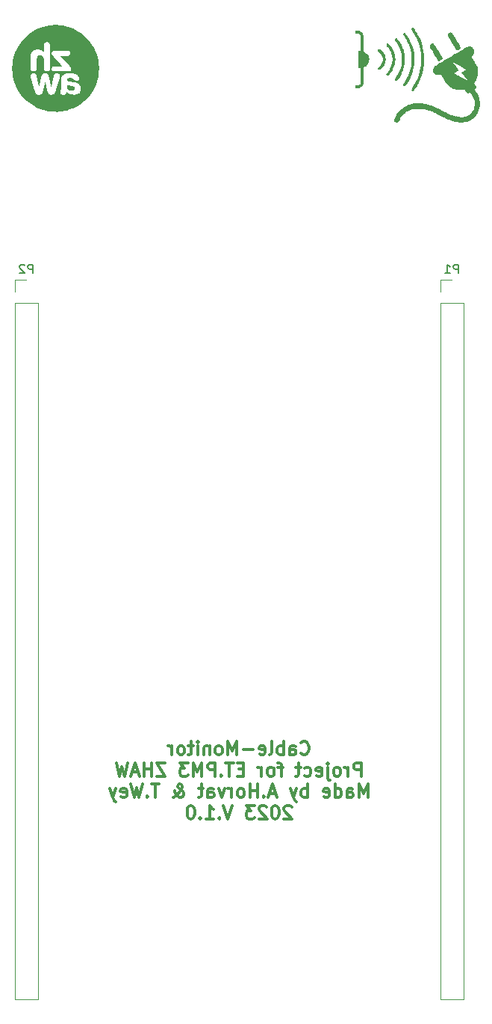
<source format=gbr>
%TF.GenerationSoftware,KiCad,Pcbnew,7.0.7*%
%TF.CreationDate,2023-10-13T18:50:11+02:00*%
%TF.ProjectId,Cable_Monitor,4361626c-655f-44d6-9f6e-69746f722e6b,rev?*%
%TF.SameCoordinates,Original*%
%TF.FileFunction,Legend,Bot*%
%TF.FilePolarity,Positive*%
%FSLAX46Y46*%
G04 Gerber Fmt 4.6, Leading zero omitted, Abs format (unit mm)*
G04 Created by KiCad (PCBNEW 7.0.7) date 2023-10-13 18:50:11*
%MOMM*%
%LPD*%
G01*
G04 APERTURE LIST*
%ADD10C,0.300000*%
%ADD11C,0.150000*%
%ADD12C,0.120000*%
G04 APERTURE END LIST*
D10*
X142900911Y-118578971D02*
X142972339Y-118650400D01*
X142972339Y-118650400D02*
X143186625Y-118721828D01*
X143186625Y-118721828D02*
X143329482Y-118721828D01*
X143329482Y-118721828D02*
X143543768Y-118650400D01*
X143543768Y-118650400D02*
X143686625Y-118507542D01*
X143686625Y-118507542D02*
X143758054Y-118364685D01*
X143758054Y-118364685D02*
X143829482Y-118078971D01*
X143829482Y-118078971D02*
X143829482Y-117864685D01*
X143829482Y-117864685D02*
X143758054Y-117578971D01*
X143758054Y-117578971D02*
X143686625Y-117436114D01*
X143686625Y-117436114D02*
X143543768Y-117293257D01*
X143543768Y-117293257D02*
X143329482Y-117221828D01*
X143329482Y-117221828D02*
X143186625Y-117221828D01*
X143186625Y-117221828D02*
X142972339Y-117293257D01*
X142972339Y-117293257D02*
X142900911Y-117364685D01*
X141615197Y-118721828D02*
X141615197Y-117936114D01*
X141615197Y-117936114D02*
X141686625Y-117793257D01*
X141686625Y-117793257D02*
X141829482Y-117721828D01*
X141829482Y-117721828D02*
X142115197Y-117721828D01*
X142115197Y-117721828D02*
X142258054Y-117793257D01*
X141615197Y-118650400D02*
X141758054Y-118721828D01*
X141758054Y-118721828D02*
X142115197Y-118721828D01*
X142115197Y-118721828D02*
X142258054Y-118650400D01*
X142258054Y-118650400D02*
X142329482Y-118507542D01*
X142329482Y-118507542D02*
X142329482Y-118364685D01*
X142329482Y-118364685D02*
X142258054Y-118221828D01*
X142258054Y-118221828D02*
X142115197Y-118150400D01*
X142115197Y-118150400D02*
X141758054Y-118150400D01*
X141758054Y-118150400D02*
X141615197Y-118078971D01*
X140900911Y-118721828D02*
X140900911Y-117221828D01*
X140900911Y-117793257D02*
X140758054Y-117721828D01*
X140758054Y-117721828D02*
X140472339Y-117721828D01*
X140472339Y-117721828D02*
X140329482Y-117793257D01*
X140329482Y-117793257D02*
X140258054Y-117864685D01*
X140258054Y-117864685D02*
X140186625Y-118007542D01*
X140186625Y-118007542D02*
X140186625Y-118436114D01*
X140186625Y-118436114D02*
X140258054Y-118578971D01*
X140258054Y-118578971D02*
X140329482Y-118650400D01*
X140329482Y-118650400D02*
X140472339Y-118721828D01*
X140472339Y-118721828D02*
X140758054Y-118721828D01*
X140758054Y-118721828D02*
X140900911Y-118650400D01*
X139329482Y-118721828D02*
X139472339Y-118650400D01*
X139472339Y-118650400D02*
X139543768Y-118507542D01*
X139543768Y-118507542D02*
X139543768Y-117221828D01*
X138186625Y-118650400D02*
X138329482Y-118721828D01*
X138329482Y-118721828D02*
X138615197Y-118721828D01*
X138615197Y-118721828D02*
X138758054Y-118650400D01*
X138758054Y-118650400D02*
X138829482Y-118507542D01*
X138829482Y-118507542D02*
X138829482Y-117936114D01*
X138829482Y-117936114D02*
X138758054Y-117793257D01*
X138758054Y-117793257D02*
X138615197Y-117721828D01*
X138615197Y-117721828D02*
X138329482Y-117721828D01*
X138329482Y-117721828D02*
X138186625Y-117793257D01*
X138186625Y-117793257D02*
X138115197Y-117936114D01*
X138115197Y-117936114D02*
X138115197Y-118078971D01*
X138115197Y-118078971D02*
X138829482Y-118221828D01*
X137472340Y-118150400D02*
X136329483Y-118150400D01*
X135615197Y-118721828D02*
X135615197Y-117221828D01*
X135615197Y-117221828D02*
X135115197Y-118293257D01*
X135115197Y-118293257D02*
X134615197Y-117221828D01*
X134615197Y-117221828D02*
X134615197Y-118721828D01*
X133686625Y-118721828D02*
X133829482Y-118650400D01*
X133829482Y-118650400D02*
X133900911Y-118578971D01*
X133900911Y-118578971D02*
X133972339Y-118436114D01*
X133972339Y-118436114D02*
X133972339Y-118007542D01*
X133972339Y-118007542D02*
X133900911Y-117864685D01*
X133900911Y-117864685D02*
X133829482Y-117793257D01*
X133829482Y-117793257D02*
X133686625Y-117721828D01*
X133686625Y-117721828D02*
X133472339Y-117721828D01*
X133472339Y-117721828D02*
X133329482Y-117793257D01*
X133329482Y-117793257D02*
X133258054Y-117864685D01*
X133258054Y-117864685D02*
X133186625Y-118007542D01*
X133186625Y-118007542D02*
X133186625Y-118436114D01*
X133186625Y-118436114D02*
X133258054Y-118578971D01*
X133258054Y-118578971D02*
X133329482Y-118650400D01*
X133329482Y-118650400D02*
X133472339Y-118721828D01*
X133472339Y-118721828D02*
X133686625Y-118721828D01*
X132543768Y-117721828D02*
X132543768Y-118721828D01*
X132543768Y-117864685D02*
X132472339Y-117793257D01*
X132472339Y-117793257D02*
X132329482Y-117721828D01*
X132329482Y-117721828D02*
X132115196Y-117721828D01*
X132115196Y-117721828D02*
X131972339Y-117793257D01*
X131972339Y-117793257D02*
X131900911Y-117936114D01*
X131900911Y-117936114D02*
X131900911Y-118721828D01*
X131186625Y-118721828D02*
X131186625Y-117721828D01*
X131186625Y-117221828D02*
X131258053Y-117293257D01*
X131258053Y-117293257D02*
X131186625Y-117364685D01*
X131186625Y-117364685D02*
X131115196Y-117293257D01*
X131115196Y-117293257D02*
X131186625Y-117221828D01*
X131186625Y-117221828D02*
X131186625Y-117364685D01*
X130686624Y-117721828D02*
X130115196Y-117721828D01*
X130472339Y-117221828D02*
X130472339Y-118507542D01*
X130472339Y-118507542D02*
X130400910Y-118650400D01*
X130400910Y-118650400D02*
X130258053Y-118721828D01*
X130258053Y-118721828D02*
X130115196Y-118721828D01*
X129400910Y-118721828D02*
X129543767Y-118650400D01*
X129543767Y-118650400D02*
X129615196Y-118578971D01*
X129615196Y-118578971D02*
X129686624Y-118436114D01*
X129686624Y-118436114D02*
X129686624Y-118007542D01*
X129686624Y-118007542D02*
X129615196Y-117864685D01*
X129615196Y-117864685D02*
X129543767Y-117793257D01*
X129543767Y-117793257D02*
X129400910Y-117721828D01*
X129400910Y-117721828D02*
X129186624Y-117721828D01*
X129186624Y-117721828D02*
X129043767Y-117793257D01*
X129043767Y-117793257D02*
X128972339Y-117864685D01*
X128972339Y-117864685D02*
X128900910Y-118007542D01*
X128900910Y-118007542D02*
X128900910Y-118436114D01*
X128900910Y-118436114D02*
X128972339Y-118578971D01*
X128972339Y-118578971D02*
X129043767Y-118650400D01*
X129043767Y-118650400D02*
X129186624Y-118721828D01*
X129186624Y-118721828D02*
X129400910Y-118721828D01*
X128258053Y-118721828D02*
X128258053Y-117721828D01*
X128258053Y-118007542D02*
X128186624Y-117864685D01*
X128186624Y-117864685D02*
X128115196Y-117793257D01*
X128115196Y-117793257D02*
X127972338Y-117721828D01*
X127972338Y-117721828D02*
X127829481Y-117721828D01*
X149722339Y-121136828D02*
X149722339Y-119636828D01*
X149722339Y-119636828D02*
X149150910Y-119636828D01*
X149150910Y-119636828D02*
X149008053Y-119708257D01*
X149008053Y-119708257D02*
X148936624Y-119779685D01*
X148936624Y-119779685D02*
X148865196Y-119922542D01*
X148865196Y-119922542D02*
X148865196Y-120136828D01*
X148865196Y-120136828D02*
X148936624Y-120279685D01*
X148936624Y-120279685D02*
X149008053Y-120351114D01*
X149008053Y-120351114D02*
X149150910Y-120422542D01*
X149150910Y-120422542D02*
X149722339Y-120422542D01*
X148222339Y-121136828D02*
X148222339Y-120136828D01*
X148222339Y-120422542D02*
X148150910Y-120279685D01*
X148150910Y-120279685D02*
X148079482Y-120208257D01*
X148079482Y-120208257D02*
X147936624Y-120136828D01*
X147936624Y-120136828D02*
X147793767Y-120136828D01*
X147079482Y-121136828D02*
X147222339Y-121065400D01*
X147222339Y-121065400D02*
X147293768Y-120993971D01*
X147293768Y-120993971D02*
X147365196Y-120851114D01*
X147365196Y-120851114D02*
X147365196Y-120422542D01*
X147365196Y-120422542D02*
X147293768Y-120279685D01*
X147293768Y-120279685D02*
X147222339Y-120208257D01*
X147222339Y-120208257D02*
X147079482Y-120136828D01*
X147079482Y-120136828D02*
X146865196Y-120136828D01*
X146865196Y-120136828D02*
X146722339Y-120208257D01*
X146722339Y-120208257D02*
X146650911Y-120279685D01*
X146650911Y-120279685D02*
X146579482Y-120422542D01*
X146579482Y-120422542D02*
X146579482Y-120851114D01*
X146579482Y-120851114D02*
X146650911Y-120993971D01*
X146650911Y-120993971D02*
X146722339Y-121065400D01*
X146722339Y-121065400D02*
X146865196Y-121136828D01*
X146865196Y-121136828D02*
X147079482Y-121136828D01*
X145936625Y-120136828D02*
X145936625Y-121422542D01*
X145936625Y-121422542D02*
X146008053Y-121565400D01*
X146008053Y-121565400D02*
X146150910Y-121636828D01*
X146150910Y-121636828D02*
X146222339Y-121636828D01*
X145936625Y-119636828D02*
X146008053Y-119708257D01*
X146008053Y-119708257D02*
X145936625Y-119779685D01*
X145936625Y-119779685D02*
X145865196Y-119708257D01*
X145865196Y-119708257D02*
X145936625Y-119636828D01*
X145936625Y-119636828D02*
X145936625Y-119779685D01*
X144650910Y-121065400D02*
X144793767Y-121136828D01*
X144793767Y-121136828D02*
X145079482Y-121136828D01*
X145079482Y-121136828D02*
X145222339Y-121065400D01*
X145222339Y-121065400D02*
X145293767Y-120922542D01*
X145293767Y-120922542D02*
X145293767Y-120351114D01*
X145293767Y-120351114D02*
X145222339Y-120208257D01*
X145222339Y-120208257D02*
X145079482Y-120136828D01*
X145079482Y-120136828D02*
X144793767Y-120136828D01*
X144793767Y-120136828D02*
X144650910Y-120208257D01*
X144650910Y-120208257D02*
X144579482Y-120351114D01*
X144579482Y-120351114D02*
X144579482Y-120493971D01*
X144579482Y-120493971D02*
X145293767Y-120636828D01*
X143293768Y-121065400D02*
X143436625Y-121136828D01*
X143436625Y-121136828D02*
X143722339Y-121136828D01*
X143722339Y-121136828D02*
X143865196Y-121065400D01*
X143865196Y-121065400D02*
X143936625Y-120993971D01*
X143936625Y-120993971D02*
X144008053Y-120851114D01*
X144008053Y-120851114D02*
X144008053Y-120422542D01*
X144008053Y-120422542D02*
X143936625Y-120279685D01*
X143936625Y-120279685D02*
X143865196Y-120208257D01*
X143865196Y-120208257D02*
X143722339Y-120136828D01*
X143722339Y-120136828D02*
X143436625Y-120136828D01*
X143436625Y-120136828D02*
X143293768Y-120208257D01*
X142865196Y-120136828D02*
X142293768Y-120136828D01*
X142650911Y-119636828D02*
X142650911Y-120922542D01*
X142650911Y-120922542D02*
X142579482Y-121065400D01*
X142579482Y-121065400D02*
X142436625Y-121136828D01*
X142436625Y-121136828D02*
X142293768Y-121136828D01*
X140865196Y-120136828D02*
X140293768Y-120136828D01*
X140650911Y-121136828D02*
X140650911Y-119851114D01*
X140650911Y-119851114D02*
X140579482Y-119708257D01*
X140579482Y-119708257D02*
X140436625Y-119636828D01*
X140436625Y-119636828D02*
X140293768Y-119636828D01*
X139579482Y-121136828D02*
X139722339Y-121065400D01*
X139722339Y-121065400D02*
X139793768Y-120993971D01*
X139793768Y-120993971D02*
X139865196Y-120851114D01*
X139865196Y-120851114D02*
X139865196Y-120422542D01*
X139865196Y-120422542D02*
X139793768Y-120279685D01*
X139793768Y-120279685D02*
X139722339Y-120208257D01*
X139722339Y-120208257D02*
X139579482Y-120136828D01*
X139579482Y-120136828D02*
X139365196Y-120136828D01*
X139365196Y-120136828D02*
X139222339Y-120208257D01*
X139222339Y-120208257D02*
X139150911Y-120279685D01*
X139150911Y-120279685D02*
X139079482Y-120422542D01*
X139079482Y-120422542D02*
X139079482Y-120851114D01*
X139079482Y-120851114D02*
X139150911Y-120993971D01*
X139150911Y-120993971D02*
X139222339Y-121065400D01*
X139222339Y-121065400D02*
X139365196Y-121136828D01*
X139365196Y-121136828D02*
X139579482Y-121136828D01*
X138436625Y-121136828D02*
X138436625Y-120136828D01*
X138436625Y-120422542D02*
X138365196Y-120279685D01*
X138365196Y-120279685D02*
X138293768Y-120208257D01*
X138293768Y-120208257D02*
X138150910Y-120136828D01*
X138150910Y-120136828D02*
X138008053Y-120136828D01*
X136365197Y-120351114D02*
X135865197Y-120351114D01*
X135650911Y-121136828D02*
X136365197Y-121136828D01*
X136365197Y-121136828D02*
X136365197Y-119636828D01*
X136365197Y-119636828D02*
X135650911Y-119636828D01*
X135222339Y-119636828D02*
X134365197Y-119636828D01*
X134793768Y-121136828D02*
X134793768Y-119636828D01*
X133865197Y-120993971D02*
X133793768Y-121065400D01*
X133793768Y-121065400D02*
X133865197Y-121136828D01*
X133865197Y-121136828D02*
X133936625Y-121065400D01*
X133936625Y-121065400D02*
X133865197Y-120993971D01*
X133865197Y-120993971D02*
X133865197Y-121136828D01*
X133150911Y-121136828D02*
X133150911Y-119636828D01*
X133150911Y-119636828D02*
X132579482Y-119636828D01*
X132579482Y-119636828D02*
X132436625Y-119708257D01*
X132436625Y-119708257D02*
X132365196Y-119779685D01*
X132365196Y-119779685D02*
X132293768Y-119922542D01*
X132293768Y-119922542D02*
X132293768Y-120136828D01*
X132293768Y-120136828D02*
X132365196Y-120279685D01*
X132365196Y-120279685D02*
X132436625Y-120351114D01*
X132436625Y-120351114D02*
X132579482Y-120422542D01*
X132579482Y-120422542D02*
X133150911Y-120422542D01*
X131650911Y-121136828D02*
X131650911Y-119636828D01*
X131650911Y-119636828D02*
X131150911Y-120708257D01*
X131150911Y-120708257D02*
X130650911Y-119636828D01*
X130650911Y-119636828D02*
X130650911Y-121136828D01*
X130079482Y-119636828D02*
X129150910Y-119636828D01*
X129150910Y-119636828D02*
X129650910Y-120208257D01*
X129650910Y-120208257D02*
X129436625Y-120208257D01*
X129436625Y-120208257D02*
X129293768Y-120279685D01*
X129293768Y-120279685D02*
X129222339Y-120351114D01*
X129222339Y-120351114D02*
X129150910Y-120493971D01*
X129150910Y-120493971D02*
X129150910Y-120851114D01*
X129150910Y-120851114D02*
X129222339Y-120993971D01*
X129222339Y-120993971D02*
X129293768Y-121065400D01*
X129293768Y-121065400D02*
X129436625Y-121136828D01*
X129436625Y-121136828D02*
X129865196Y-121136828D01*
X129865196Y-121136828D02*
X130008053Y-121065400D01*
X130008053Y-121065400D02*
X130079482Y-120993971D01*
X127508054Y-119636828D02*
X126508054Y-119636828D01*
X126508054Y-119636828D02*
X127508054Y-121136828D01*
X127508054Y-121136828D02*
X126508054Y-121136828D01*
X125936626Y-121136828D02*
X125936626Y-119636828D01*
X125936626Y-120351114D02*
X125079483Y-120351114D01*
X125079483Y-121136828D02*
X125079483Y-119636828D01*
X124436625Y-120708257D02*
X123722340Y-120708257D01*
X124579482Y-121136828D02*
X124079482Y-119636828D01*
X124079482Y-119636828D02*
X123579482Y-121136828D01*
X123222340Y-119636828D02*
X122865197Y-121136828D01*
X122865197Y-121136828D02*
X122579483Y-120065400D01*
X122579483Y-120065400D02*
X122293768Y-121136828D01*
X122293768Y-121136828D02*
X121936626Y-119636828D01*
X150472339Y-123551828D02*
X150472339Y-122051828D01*
X150472339Y-122051828D02*
X149972339Y-123123257D01*
X149972339Y-123123257D02*
X149472339Y-122051828D01*
X149472339Y-122051828D02*
X149472339Y-123551828D01*
X148115196Y-123551828D02*
X148115196Y-122766114D01*
X148115196Y-122766114D02*
X148186624Y-122623257D01*
X148186624Y-122623257D02*
X148329481Y-122551828D01*
X148329481Y-122551828D02*
X148615196Y-122551828D01*
X148615196Y-122551828D02*
X148758053Y-122623257D01*
X148115196Y-123480400D02*
X148258053Y-123551828D01*
X148258053Y-123551828D02*
X148615196Y-123551828D01*
X148615196Y-123551828D02*
X148758053Y-123480400D01*
X148758053Y-123480400D02*
X148829481Y-123337542D01*
X148829481Y-123337542D02*
X148829481Y-123194685D01*
X148829481Y-123194685D02*
X148758053Y-123051828D01*
X148758053Y-123051828D02*
X148615196Y-122980400D01*
X148615196Y-122980400D02*
X148258053Y-122980400D01*
X148258053Y-122980400D02*
X148115196Y-122908971D01*
X146758053Y-123551828D02*
X146758053Y-122051828D01*
X146758053Y-123480400D02*
X146900910Y-123551828D01*
X146900910Y-123551828D02*
X147186624Y-123551828D01*
X147186624Y-123551828D02*
X147329481Y-123480400D01*
X147329481Y-123480400D02*
X147400910Y-123408971D01*
X147400910Y-123408971D02*
X147472338Y-123266114D01*
X147472338Y-123266114D02*
X147472338Y-122837542D01*
X147472338Y-122837542D02*
X147400910Y-122694685D01*
X147400910Y-122694685D02*
X147329481Y-122623257D01*
X147329481Y-122623257D02*
X147186624Y-122551828D01*
X147186624Y-122551828D02*
X146900910Y-122551828D01*
X146900910Y-122551828D02*
X146758053Y-122623257D01*
X145472338Y-123480400D02*
X145615195Y-123551828D01*
X145615195Y-123551828D02*
X145900910Y-123551828D01*
X145900910Y-123551828D02*
X146043767Y-123480400D01*
X146043767Y-123480400D02*
X146115195Y-123337542D01*
X146115195Y-123337542D02*
X146115195Y-122766114D01*
X146115195Y-122766114D02*
X146043767Y-122623257D01*
X146043767Y-122623257D02*
X145900910Y-122551828D01*
X145900910Y-122551828D02*
X145615195Y-122551828D01*
X145615195Y-122551828D02*
X145472338Y-122623257D01*
X145472338Y-122623257D02*
X145400910Y-122766114D01*
X145400910Y-122766114D02*
X145400910Y-122908971D01*
X145400910Y-122908971D02*
X146115195Y-123051828D01*
X143615196Y-123551828D02*
X143615196Y-122051828D01*
X143615196Y-122623257D02*
X143472339Y-122551828D01*
X143472339Y-122551828D02*
X143186624Y-122551828D01*
X143186624Y-122551828D02*
X143043767Y-122623257D01*
X143043767Y-122623257D02*
X142972339Y-122694685D01*
X142972339Y-122694685D02*
X142900910Y-122837542D01*
X142900910Y-122837542D02*
X142900910Y-123266114D01*
X142900910Y-123266114D02*
X142972339Y-123408971D01*
X142972339Y-123408971D02*
X143043767Y-123480400D01*
X143043767Y-123480400D02*
X143186624Y-123551828D01*
X143186624Y-123551828D02*
X143472339Y-123551828D01*
X143472339Y-123551828D02*
X143615196Y-123480400D01*
X142400910Y-122551828D02*
X142043767Y-123551828D01*
X141686624Y-122551828D02*
X142043767Y-123551828D01*
X142043767Y-123551828D02*
X142186624Y-123908971D01*
X142186624Y-123908971D02*
X142258053Y-123980400D01*
X142258053Y-123980400D02*
X142400910Y-124051828D01*
X140043767Y-123123257D02*
X139329482Y-123123257D01*
X140186624Y-123551828D02*
X139686624Y-122051828D01*
X139686624Y-122051828D02*
X139186624Y-123551828D01*
X138686625Y-123408971D02*
X138615196Y-123480400D01*
X138615196Y-123480400D02*
X138686625Y-123551828D01*
X138686625Y-123551828D02*
X138758053Y-123480400D01*
X138758053Y-123480400D02*
X138686625Y-123408971D01*
X138686625Y-123408971D02*
X138686625Y-123551828D01*
X137972339Y-123551828D02*
X137972339Y-122051828D01*
X137972339Y-122766114D02*
X137115196Y-122766114D01*
X137115196Y-123551828D02*
X137115196Y-122051828D01*
X136186624Y-123551828D02*
X136329481Y-123480400D01*
X136329481Y-123480400D02*
X136400910Y-123408971D01*
X136400910Y-123408971D02*
X136472338Y-123266114D01*
X136472338Y-123266114D02*
X136472338Y-122837542D01*
X136472338Y-122837542D02*
X136400910Y-122694685D01*
X136400910Y-122694685D02*
X136329481Y-122623257D01*
X136329481Y-122623257D02*
X136186624Y-122551828D01*
X136186624Y-122551828D02*
X135972338Y-122551828D01*
X135972338Y-122551828D02*
X135829481Y-122623257D01*
X135829481Y-122623257D02*
X135758053Y-122694685D01*
X135758053Y-122694685D02*
X135686624Y-122837542D01*
X135686624Y-122837542D02*
X135686624Y-123266114D01*
X135686624Y-123266114D02*
X135758053Y-123408971D01*
X135758053Y-123408971D02*
X135829481Y-123480400D01*
X135829481Y-123480400D02*
X135972338Y-123551828D01*
X135972338Y-123551828D02*
X136186624Y-123551828D01*
X135043767Y-123551828D02*
X135043767Y-122551828D01*
X135043767Y-122837542D02*
X134972338Y-122694685D01*
X134972338Y-122694685D02*
X134900910Y-122623257D01*
X134900910Y-122623257D02*
X134758052Y-122551828D01*
X134758052Y-122551828D02*
X134615195Y-122551828D01*
X134258053Y-122551828D02*
X133900910Y-123551828D01*
X133900910Y-123551828D02*
X133543767Y-122551828D01*
X132329482Y-123551828D02*
X132329482Y-122766114D01*
X132329482Y-122766114D02*
X132400910Y-122623257D01*
X132400910Y-122623257D02*
X132543767Y-122551828D01*
X132543767Y-122551828D02*
X132829482Y-122551828D01*
X132829482Y-122551828D02*
X132972339Y-122623257D01*
X132329482Y-123480400D02*
X132472339Y-123551828D01*
X132472339Y-123551828D02*
X132829482Y-123551828D01*
X132829482Y-123551828D02*
X132972339Y-123480400D01*
X132972339Y-123480400D02*
X133043767Y-123337542D01*
X133043767Y-123337542D02*
X133043767Y-123194685D01*
X133043767Y-123194685D02*
X132972339Y-123051828D01*
X132972339Y-123051828D02*
X132829482Y-122980400D01*
X132829482Y-122980400D02*
X132472339Y-122980400D01*
X132472339Y-122980400D02*
X132329482Y-122908971D01*
X131829481Y-122551828D02*
X131258053Y-122551828D01*
X131615196Y-122051828D02*
X131615196Y-123337542D01*
X131615196Y-123337542D02*
X131543767Y-123480400D01*
X131543767Y-123480400D02*
X131400910Y-123551828D01*
X131400910Y-123551828D02*
X131258053Y-123551828D01*
X128400910Y-123551828D02*
X128472339Y-123551828D01*
X128472339Y-123551828D02*
X128615196Y-123480400D01*
X128615196Y-123480400D02*
X128829481Y-123266114D01*
X128829481Y-123266114D02*
X129186624Y-122837542D01*
X129186624Y-122837542D02*
X129329481Y-122623257D01*
X129329481Y-122623257D02*
X129400910Y-122408971D01*
X129400910Y-122408971D02*
X129400910Y-122266114D01*
X129400910Y-122266114D02*
X129329481Y-122123257D01*
X129329481Y-122123257D02*
X129186624Y-122051828D01*
X129186624Y-122051828D02*
X129115196Y-122051828D01*
X129115196Y-122051828D02*
X128972339Y-122123257D01*
X128972339Y-122123257D02*
X128900910Y-122266114D01*
X128900910Y-122266114D02*
X128900910Y-122337542D01*
X128900910Y-122337542D02*
X128972339Y-122480400D01*
X128972339Y-122480400D02*
X129043767Y-122551828D01*
X129043767Y-122551828D02*
X129472339Y-122837542D01*
X129472339Y-122837542D02*
X129543767Y-122908971D01*
X129543767Y-122908971D02*
X129615196Y-123051828D01*
X129615196Y-123051828D02*
X129615196Y-123266114D01*
X129615196Y-123266114D02*
X129543767Y-123408971D01*
X129543767Y-123408971D02*
X129472339Y-123480400D01*
X129472339Y-123480400D02*
X129329481Y-123551828D01*
X129329481Y-123551828D02*
X129115196Y-123551828D01*
X129115196Y-123551828D02*
X128972339Y-123480400D01*
X128972339Y-123480400D02*
X128900910Y-123408971D01*
X128900910Y-123408971D02*
X128686624Y-123123257D01*
X128686624Y-123123257D02*
X128615196Y-122908971D01*
X128615196Y-122908971D02*
X128615196Y-122766114D01*
X126829481Y-122051828D02*
X125972339Y-122051828D01*
X126400910Y-123551828D02*
X126400910Y-122051828D01*
X125472339Y-123408971D02*
X125400910Y-123480400D01*
X125400910Y-123480400D02*
X125472339Y-123551828D01*
X125472339Y-123551828D02*
X125543767Y-123480400D01*
X125543767Y-123480400D02*
X125472339Y-123408971D01*
X125472339Y-123408971D02*
X125472339Y-123551828D01*
X124900910Y-122051828D02*
X124543767Y-123551828D01*
X124543767Y-123551828D02*
X124258053Y-122480400D01*
X124258053Y-122480400D02*
X123972338Y-123551828D01*
X123972338Y-123551828D02*
X123615196Y-122051828D01*
X122472338Y-123480400D02*
X122615195Y-123551828D01*
X122615195Y-123551828D02*
X122900910Y-123551828D01*
X122900910Y-123551828D02*
X123043767Y-123480400D01*
X123043767Y-123480400D02*
X123115195Y-123337542D01*
X123115195Y-123337542D02*
X123115195Y-122766114D01*
X123115195Y-122766114D02*
X123043767Y-122623257D01*
X123043767Y-122623257D02*
X122900910Y-122551828D01*
X122900910Y-122551828D02*
X122615195Y-122551828D01*
X122615195Y-122551828D02*
X122472338Y-122623257D01*
X122472338Y-122623257D02*
X122400910Y-122766114D01*
X122400910Y-122766114D02*
X122400910Y-122908971D01*
X122400910Y-122908971D02*
X123115195Y-123051828D01*
X121900910Y-122551828D02*
X121543767Y-123551828D01*
X121186624Y-122551828D02*
X121543767Y-123551828D01*
X121543767Y-123551828D02*
X121686624Y-123908971D01*
X121686624Y-123908971D02*
X121758053Y-123980400D01*
X121758053Y-123980400D02*
X121900910Y-124051828D01*
X141829480Y-124609685D02*
X141758052Y-124538257D01*
X141758052Y-124538257D02*
X141615195Y-124466828D01*
X141615195Y-124466828D02*
X141258052Y-124466828D01*
X141258052Y-124466828D02*
X141115195Y-124538257D01*
X141115195Y-124538257D02*
X141043766Y-124609685D01*
X141043766Y-124609685D02*
X140972337Y-124752542D01*
X140972337Y-124752542D02*
X140972337Y-124895400D01*
X140972337Y-124895400D02*
X141043766Y-125109685D01*
X141043766Y-125109685D02*
X141900909Y-125966828D01*
X141900909Y-125966828D02*
X140972337Y-125966828D01*
X140043766Y-124466828D02*
X139900909Y-124466828D01*
X139900909Y-124466828D02*
X139758052Y-124538257D01*
X139758052Y-124538257D02*
X139686624Y-124609685D01*
X139686624Y-124609685D02*
X139615195Y-124752542D01*
X139615195Y-124752542D02*
X139543766Y-125038257D01*
X139543766Y-125038257D02*
X139543766Y-125395400D01*
X139543766Y-125395400D02*
X139615195Y-125681114D01*
X139615195Y-125681114D02*
X139686624Y-125823971D01*
X139686624Y-125823971D02*
X139758052Y-125895400D01*
X139758052Y-125895400D02*
X139900909Y-125966828D01*
X139900909Y-125966828D02*
X140043766Y-125966828D01*
X140043766Y-125966828D02*
X140186624Y-125895400D01*
X140186624Y-125895400D02*
X140258052Y-125823971D01*
X140258052Y-125823971D02*
X140329481Y-125681114D01*
X140329481Y-125681114D02*
X140400909Y-125395400D01*
X140400909Y-125395400D02*
X140400909Y-125038257D01*
X140400909Y-125038257D02*
X140329481Y-124752542D01*
X140329481Y-124752542D02*
X140258052Y-124609685D01*
X140258052Y-124609685D02*
X140186624Y-124538257D01*
X140186624Y-124538257D02*
X140043766Y-124466828D01*
X138972338Y-124609685D02*
X138900910Y-124538257D01*
X138900910Y-124538257D02*
X138758053Y-124466828D01*
X138758053Y-124466828D02*
X138400910Y-124466828D01*
X138400910Y-124466828D02*
X138258053Y-124538257D01*
X138258053Y-124538257D02*
X138186624Y-124609685D01*
X138186624Y-124609685D02*
X138115195Y-124752542D01*
X138115195Y-124752542D02*
X138115195Y-124895400D01*
X138115195Y-124895400D02*
X138186624Y-125109685D01*
X138186624Y-125109685D02*
X139043767Y-125966828D01*
X139043767Y-125966828D02*
X138115195Y-125966828D01*
X137615196Y-124466828D02*
X136686624Y-124466828D01*
X136686624Y-124466828D02*
X137186624Y-125038257D01*
X137186624Y-125038257D02*
X136972339Y-125038257D01*
X136972339Y-125038257D02*
X136829482Y-125109685D01*
X136829482Y-125109685D02*
X136758053Y-125181114D01*
X136758053Y-125181114D02*
X136686624Y-125323971D01*
X136686624Y-125323971D02*
X136686624Y-125681114D01*
X136686624Y-125681114D02*
X136758053Y-125823971D01*
X136758053Y-125823971D02*
X136829482Y-125895400D01*
X136829482Y-125895400D02*
X136972339Y-125966828D01*
X136972339Y-125966828D02*
X137400910Y-125966828D01*
X137400910Y-125966828D02*
X137543767Y-125895400D01*
X137543767Y-125895400D02*
X137615196Y-125823971D01*
X135115196Y-124466828D02*
X134615196Y-125966828D01*
X134615196Y-125966828D02*
X134115196Y-124466828D01*
X133615197Y-125823971D02*
X133543768Y-125895400D01*
X133543768Y-125895400D02*
X133615197Y-125966828D01*
X133615197Y-125966828D02*
X133686625Y-125895400D01*
X133686625Y-125895400D02*
X133615197Y-125823971D01*
X133615197Y-125823971D02*
X133615197Y-125966828D01*
X132115196Y-125966828D02*
X132972339Y-125966828D01*
X132543768Y-125966828D02*
X132543768Y-124466828D01*
X132543768Y-124466828D02*
X132686625Y-124681114D01*
X132686625Y-124681114D02*
X132829482Y-124823971D01*
X132829482Y-124823971D02*
X132972339Y-124895400D01*
X131472340Y-125823971D02*
X131400911Y-125895400D01*
X131400911Y-125895400D02*
X131472340Y-125966828D01*
X131472340Y-125966828D02*
X131543768Y-125895400D01*
X131543768Y-125895400D02*
X131472340Y-125823971D01*
X131472340Y-125823971D02*
X131472340Y-125966828D01*
X130472339Y-124466828D02*
X130329482Y-124466828D01*
X130329482Y-124466828D02*
X130186625Y-124538257D01*
X130186625Y-124538257D02*
X130115197Y-124609685D01*
X130115197Y-124609685D02*
X130043768Y-124752542D01*
X130043768Y-124752542D02*
X129972339Y-125038257D01*
X129972339Y-125038257D02*
X129972339Y-125395400D01*
X129972339Y-125395400D02*
X130043768Y-125681114D01*
X130043768Y-125681114D02*
X130115197Y-125823971D01*
X130115197Y-125823971D02*
X130186625Y-125895400D01*
X130186625Y-125895400D02*
X130329482Y-125966828D01*
X130329482Y-125966828D02*
X130472339Y-125966828D01*
X130472339Y-125966828D02*
X130615197Y-125895400D01*
X130615197Y-125895400D02*
X130686625Y-125823971D01*
X130686625Y-125823971D02*
X130758054Y-125681114D01*
X130758054Y-125681114D02*
X130829482Y-125395400D01*
X130829482Y-125395400D02*
X130829482Y-125038257D01*
X130829482Y-125038257D02*
X130758054Y-124752542D01*
X130758054Y-124752542D02*
X130686625Y-124609685D01*
X130686625Y-124609685D02*
X130615197Y-124538257D01*
X130615197Y-124538257D02*
X130472339Y-124466828D01*
D11*
X160758094Y-64224819D02*
X160758094Y-63224819D01*
X160758094Y-63224819D02*
X160377142Y-63224819D01*
X160377142Y-63224819D02*
X160281904Y-63272438D01*
X160281904Y-63272438D02*
X160234285Y-63320057D01*
X160234285Y-63320057D02*
X160186666Y-63415295D01*
X160186666Y-63415295D02*
X160186666Y-63558152D01*
X160186666Y-63558152D02*
X160234285Y-63653390D01*
X160234285Y-63653390D02*
X160281904Y-63701009D01*
X160281904Y-63701009D02*
X160377142Y-63748628D01*
X160377142Y-63748628D02*
X160758094Y-63748628D01*
X159234285Y-64224819D02*
X159805713Y-64224819D01*
X159519999Y-64224819D02*
X159519999Y-63224819D01*
X159519999Y-63224819D02*
X159615237Y-63367676D01*
X159615237Y-63367676D02*
X159710475Y-63462914D01*
X159710475Y-63462914D02*
X159805713Y-63510533D01*
X112498094Y-64224819D02*
X112498094Y-63224819D01*
X112498094Y-63224819D02*
X112117142Y-63224819D01*
X112117142Y-63224819D02*
X112021904Y-63272438D01*
X112021904Y-63272438D02*
X111974285Y-63320057D01*
X111974285Y-63320057D02*
X111926666Y-63415295D01*
X111926666Y-63415295D02*
X111926666Y-63558152D01*
X111926666Y-63558152D02*
X111974285Y-63653390D01*
X111974285Y-63653390D02*
X112021904Y-63701009D01*
X112021904Y-63701009D02*
X112117142Y-63748628D01*
X112117142Y-63748628D02*
X112498094Y-63748628D01*
X111545713Y-63320057D02*
X111498094Y-63272438D01*
X111498094Y-63272438D02*
X111402856Y-63224819D01*
X111402856Y-63224819D02*
X111164761Y-63224819D01*
X111164761Y-63224819D02*
X111069523Y-63272438D01*
X111069523Y-63272438D02*
X111021904Y-63320057D01*
X111021904Y-63320057D02*
X110974285Y-63415295D01*
X110974285Y-63415295D02*
X110974285Y-63510533D01*
X110974285Y-63510533D02*
X111021904Y-63653390D01*
X111021904Y-63653390D02*
X111593332Y-64224819D01*
X111593332Y-64224819D02*
X110974285Y-64224819D01*
D12*
%TO.C,P1*%
X161350000Y-146380000D02*
X158690000Y-146380000D01*
X161350000Y-67580000D02*
X161350000Y-146380000D01*
X161350000Y-67580000D02*
X158690000Y-67580000D01*
X160020000Y-64980000D02*
X158690000Y-64980000D01*
X158690000Y-67580000D02*
X158690000Y-146380000D01*
X158690000Y-64980000D02*
X158690000Y-66310000D01*
%TO.C,G\u002A\u002A\u002A*%
G36*
X116371699Y-42883019D02*
G01*
X116384124Y-42887891D01*
X116425057Y-42901287D01*
X116479271Y-42916861D01*
X116540881Y-42933098D01*
X116604004Y-42948479D01*
X116662758Y-42961486D01*
X116711258Y-42970602D01*
X116740394Y-42975465D01*
X116833424Y-42993194D01*
X116922786Y-43013346D01*
X117003871Y-43034734D01*
X117072071Y-43056173D01*
X117122779Y-43076477D01*
X117140371Y-43085568D01*
X117198092Y-43128991D01*
X117237137Y-43184454D01*
X117257502Y-43251955D01*
X117259294Y-43282892D01*
X117250868Y-43344165D01*
X117229909Y-43404558D01*
X117199240Y-43454267D01*
X117179917Y-43473874D01*
X117134786Y-43508040D01*
X117083533Y-43537050D01*
X117036090Y-43554785D01*
X116992359Y-43561223D01*
X116932863Y-43563927D01*
X116868011Y-43562603D01*
X116806244Y-43557435D01*
X116756002Y-43548610D01*
X116668992Y-43520134D01*
X116576647Y-43474288D01*
X116496427Y-43416884D01*
X116431544Y-43350278D01*
X116385212Y-43276825D01*
X116362631Y-43212905D01*
X116347258Y-43131100D01*
X116341377Y-43040917D01*
X116345751Y-42948706D01*
X116349520Y-42917519D01*
X116354742Y-42892163D01*
X116361607Y-42881999D01*
X116371699Y-42883019D01*
G37*
G36*
X119215283Y-38387390D02*
G01*
X119327171Y-38571719D01*
X119483793Y-38864607D01*
X119619931Y-39166098D01*
X119735537Y-39476073D01*
X119830565Y-39794414D01*
X119904967Y-40121000D01*
X119942181Y-40346977D01*
X119970594Y-40606034D01*
X119985970Y-40871866D01*
X119987478Y-41046820D01*
X119988277Y-41139543D01*
X119977483Y-41404134D01*
X119953556Y-41660708D01*
X119916465Y-41904333D01*
X119900490Y-41987685D01*
X119869726Y-42132412D01*
X119835719Y-42271193D01*
X119796288Y-42412660D01*
X119749247Y-42565444D01*
X119711076Y-42677982D01*
X119648852Y-42841580D01*
X119577740Y-43010055D01*
X119499903Y-43178955D01*
X119434466Y-43309888D01*
X119417504Y-43343827D01*
X119332705Y-43500215D01*
X119247667Y-43643668D01*
X119164554Y-43769731D01*
X119092662Y-43871248D01*
X119029481Y-43958480D01*
X118972127Y-44035081D01*
X118917466Y-44105063D01*
X118862361Y-44172442D01*
X118803677Y-44241231D01*
X118738280Y-44315444D01*
X118571300Y-44493686D01*
X118333162Y-44719928D01*
X118081320Y-44928690D01*
X117815951Y-45119835D01*
X117537230Y-45293231D01*
X117245334Y-45448744D01*
X116961883Y-45577992D01*
X116670620Y-45689942D01*
X116375410Y-45782123D01*
X116073621Y-45855263D01*
X115762622Y-45910089D01*
X115439778Y-45947327D01*
X115425230Y-45948035D01*
X115388109Y-45948792D01*
X115333928Y-45949286D01*
X115265679Y-45949509D01*
X115186354Y-45949455D01*
X115098946Y-45949114D01*
X115006445Y-45948479D01*
X114952335Y-45947994D01*
X114852868Y-45946822D01*
X114770232Y-45945284D01*
X114700771Y-45943186D01*
X114640828Y-45940334D01*
X114586747Y-45936535D01*
X114534872Y-45931593D01*
X114481546Y-45925315D01*
X114423112Y-45917506D01*
X114271775Y-45894522D01*
X113980517Y-45838074D01*
X113700887Y-45766567D01*
X113428687Y-45678721D01*
X113159717Y-45573250D01*
X112889778Y-45448872D01*
X112819324Y-45413441D01*
X112546382Y-45263133D01*
X112288682Y-45099119D01*
X112043387Y-44919355D01*
X111807660Y-44721799D01*
X111578667Y-44504409D01*
X111380767Y-44293731D01*
X111169809Y-44039531D01*
X110977886Y-43774025D01*
X110805188Y-43497608D01*
X110651908Y-43210675D01*
X110518238Y-42913622D01*
X110404369Y-42606844D01*
X110310494Y-42290735D01*
X110236805Y-41965693D01*
X110231461Y-41932253D01*
X112214074Y-41932253D01*
X112227401Y-42021307D01*
X112255704Y-42124485D01*
X112266509Y-42158746D01*
X112282621Y-42210751D01*
X112302094Y-42274223D01*
X112323386Y-42344131D01*
X112344953Y-42415444D01*
X112361236Y-42469356D01*
X112387590Y-42556192D01*
X112414752Y-42645270D01*
X112440328Y-42728746D01*
X112461924Y-42798777D01*
X112469519Y-42823313D01*
X112491025Y-42893069D01*
X112512223Y-42962172D01*
X112531014Y-43023767D01*
X112545298Y-43071000D01*
X112574575Y-43167885D01*
X112609723Y-43282411D01*
X112643601Y-43390923D01*
X112675496Y-43491234D01*
X112704697Y-43581156D01*
X112730493Y-43658504D01*
X112752170Y-43721089D01*
X112769018Y-43766724D01*
X112780325Y-43793222D01*
X112797637Y-43823714D01*
X112855183Y-43895630D01*
X112927128Y-43952243D01*
X113011179Y-43992344D01*
X113105048Y-44014725D01*
X113206445Y-44018176D01*
X113277423Y-44008086D01*
X113366806Y-43976915D01*
X113446092Y-43926765D01*
X113513461Y-43858866D01*
X113567095Y-43774447D01*
X113571271Y-43766009D01*
X113589145Y-43727582D01*
X113601703Y-43696791D01*
X113606445Y-43679659D01*
X113606477Y-43678669D01*
X113609898Y-43658746D01*
X113617846Y-43624922D01*
X113628755Y-43583929D01*
X113632303Y-43570948D01*
X113643409Y-43528448D01*
X113658081Y-43470635D01*
X113675231Y-43401854D01*
X113693772Y-43326453D01*
X113712616Y-43248777D01*
X113723604Y-43203272D01*
X113758251Y-43061505D01*
X113789317Y-42937145D01*
X113816637Y-42830806D01*
X113840044Y-42743102D01*
X113859371Y-42674649D01*
X113874450Y-42626061D01*
X113885115Y-42597953D01*
X113891199Y-42590939D01*
X113892253Y-42593142D01*
X113898276Y-42612206D01*
X113908145Y-42647351D01*
X113920764Y-42694604D01*
X113935038Y-42749992D01*
X113978138Y-42920073D01*
X114017231Y-43074273D01*
X114051646Y-43209618D01*
X114081808Y-43327458D01*
X114108140Y-43429144D01*
X114131069Y-43516028D01*
X114151018Y-43589460D01*
X114168413Y-43650790D01*
X114183678Y-43701371D01*
X114197239Y-43742554D01*
X114209520Y-43775688D01*
X114220945Y-43802126D01*
X114231941Y-43823218D01*
X114242931Y-43840315D01*
X114254340Y-43854769D01*
X114266594Y-43867930D01*
X114280117Y-43881149D01*
X114295334Y-43895777D01*
X114324144Y-43920440D01*
X114370118Y-43952907D01*
X114415839Y-43979229D01*
X114442679Y-43991787D01*
X114482235Y-44006010D01*
X114523602Y-44013663D01*
X114576950Y-44017139D01*
X114646627Y-44015338D01*
X114744909Y-43996257D01*
X114832888Y-43957818D01*
X114909707Y-43900436D01*
X114974507Y-43824527D01*
X114980720Y-43815120D01*
X114988729Y-43801411D01*
X114997117Y-43784587D01*
X115006438Y-43762998D01*
X115017244Y-43734995D01*
X115021528Y-43722967D01*
X115619537Y-43722967D01*
X115620950Y-43756140D01*
X115627304Y-43791472D01*
X115630969Y-43806388D01*
X115659637Y-43876768D01*
X115704365Y-43932577D01*
X115766034Y-43974673D01*
X115845529Y-44003917D01*
X115862581Y-44008154D01*
X115925621Y-44018539D01*
X115983727Y-44017100D01*
X116048104Y-44003831D01*
X116099905Y-43987156D01*
X116180641Y-43946197D01*
X116245559Y-43890296D01*
X116296008Y-43818152D01*
X116333337Y-43728461D01*
X116338378Y-43719618D01*
X116348356Y-43719888D01*
X116366960Y-43731694D01*
X116398097Y-43756742D01*
X116423472Y-43777165D01*
X116546336Y-43858982D01*
X116681970Y-43923899D01*
X116828202Y-43971180D01*
X116982864Y-44000088D01*
X117143783Y-44009886D01*
X117237729Y-44006467D01*
X117374366Y-43987551D01*
X117497675Y-43952399D01*
X117606940Y-43901373D01*
X117701450Y-43834832D01*
X117780490Y-43753137D01*
X117843347Y-43656648D01*
X117856522Y-43630689D01*
X117887499Y-43557456D01*
X117907563Y-43484359D01*
X117918330Y-43404227D01*
X117921414Y-43309888D01*
X117919976Y-43248323D01*
X117909888Y-43148897D01*
X117888685Y-43063080D01*
X117854630Y-42986372D01*
X117805988Y-42914277D01*
X117741024Y-42842296D01*
X117707616Y-42810702D01*
X117645984Y-42761780D01*
X117578015Y-42720604D01*
X117498426Y-42684168D01*
X117401934Y-42649469D01*
X117386932Y-42644791D01*
X117321270Y-42627448D01*
X117240393Y-42609709D01*
X117149719Y-42592549D01*
X117054668Y-42576943D01*
X116960659Y-42563867D01*
X116873112Y-42554295D01*
X116849907Y-42552129D01*
X116746307Y-42540933D01*
X116654008Y-42528423D01*
X116575192Y-42515008D01*
X116512041Y-42501097D01*
X116466736Y-42487097D01*
X116441459Y-42473420D01*
X116440967Y-42472964D01*
X116406979Y-42427152D01*
X116388051Y-42370368D01*
X116385348Y-42308919D01*
X116400035Y-42249109D01*
X116420414Y-42217616D01*
X116457440Y-42182262D01*
X116502835Y-42151899D01*
X116549640Y-42131977D01*
X116581409Y-42123610D01*
X116695264Y-42104808D01*
X116805456Y-42103655D01*
X116908495Y-42119983D01*
X117000889Y-42153624D01*
X117003700Y-42155043D01*
X117039111Y-42176381D01*
X117084722Y-42208286D01*
X117134952Y-42246683D01*
X117184223Y-42287498D01*
X117226657Y-42322902D01*
X117281768Y-42365208D01*
X117331859Y-42399740D01*
X117371517Y-42422594D01*
X117408129Y-42439279D01*
X117439192Y-42449357D01*
X117468295Y-42451922D01*
X117504651Y-42448788D01*
X117564929Y-42437821D01*
X117636841Y-42411609D01*
X117693956Y-42372135D01*
X117722379Y-42341072D01*
X117756707Y-42279474D01*
X117773448Y-42209389D01*
X117773019Y-42133466D01*
X117755836Y-42054353D01*
X117722315Y-41974700D01*
X117672871Y-41897154D01*
X117607921Y-41824364D01*
X117583523Y-41803974D01*
X117531680Y-41769429D01*
X117466847Y-41733182D01*
X117394118Y-41697822D01*
X117318583Y-41665935D01*
X117245334Y-41640109D01*
X117125538Y-41608270D01*
X116970252Y-41580345D01*
X116809249Y-41564343D01*
X116648423Y-41560589D01*
X116493672Y-41569405D01*
X116350889Y-41591113D01*
X116236760Y-41618767D01*
X116118622Y-41658085D01*
X116016790Y-41705694D01*
X115928476Y-41762932D01*
X115850889Y-41831139D01*
X115815869Y-41869202D01*
X115775123Y-41926555D01*
X115756483Y-41952793D01*
X115716106Y-42043268D01*
X115692554Y-42144952D01*
X115688894Y-42179795D01*
X115685970Y-42230132D01*
X115683798Y-42296880D01*
X115682358Y-42381200D01*
X115681631Y-42484252D01*
X115681596Y-42607197D01*
X115682235Y-42751193D01*
X115682872Y-42876633D01*
X115683007Y-42995137D01*
X115682402Y-43096734D01*
X115680898Y-43184201D01*
X115678337Y-43260313D01*
X115674561Y-43327846D01*
X115669411Y-43389574D01*
X115662730Y-43448274D01*
X115654359Y-43506722D01*
X115644140Y-43567691D01*
X115631915Y-43633959D01*
X115623298Y-43683943D01*
X115619537Y-43722967D01*
X115021528Y-43722967D01*
X115030089Y-43698929D01*
X115045527Y-43653148D01*
X115064112Y-43596005D01*
X115086395Y-43525850D01*
X115112932Y-43441032D01*
X115144275Y-43339903D01*
X115180979Y-43220812D01*
X115223595Y-43082111D01*
X115233580Y-43049604D01*
X115268459Y-42936308D01*
X115306250Y-42813876D01*
X115345072Y-42688385D01*
X115383044Y-42565912D01*
X115418284Y-42452535D01*
X115448910Y-42354333D01*
X115470868Y-42283890D01*
X115496214Y-42201576D01*
X115515941Y-42135615D01*
X115530743Y-42083209D01*
X115541317Y-42041559D01*
X115548357Y-42007867D01*
X115552559Y-41979334D01*
X115554619Y-41953163D01*
X115555232Y-41926555D01*
X115554851Y-41892454D01*
X115551056Y-41848946D01*
X115541630Y-41811359D01*
X115524621Y-41769695D01*
X115494549Y-41714488D01*
X115439359Y-41647825D01*
X115372249Y-41599518D01*
X115294264Y-41570250D01*
X115206445Y-41560707D01*
X115169729Y-41562262D01*
X115100878Y-41575580D01*
X115040081Y-41604807D01*
X114980485Y-41652733D01*
X114972821Y-41660010D01*
X114957723Y-41674740D01*
X114944322Y-41689356D01*
X114932088Y-41705528D01*
X114920488Y-41724927D01*
X114908992Y-41749224D01*
X114897068Y-41780088D01*
X114884186Y-41819191D01*
X114869813Y-41868203D01*
X114853420Y-41928795D01*
X114834474Y-42002638D01*
X114812444Y-42091401D01*
X114786800Y-42196755D01*
X114757009Y-42320372D01*
X114722541Y-42463921D01*
X114703142Y-42544649D01*
X114673411Y-42667899D01*
X114648144Y-42771860D01*
X114626954Y-42858022D01*
X114609454Y-42927871D01*
X114595257Y-42982893D01*
X114583977Y-43024577D01*
X114575227Y-43054409D01*
X114568619Y-43073877D01*
X114563768Y-43084467D01*
X114560286Y-43087666D01*
X114556227Y-43082863D01*
X114548244Y-43061680D01*
X114539793Y-43029333D01*
X114530056Y-42985014D01*
X114515253Y-42916799D01*
X114498138Y-42837275D01*
X114479929Y-42752124D01*
X114461844Y-42667027D01*
X114445101Y-42587666D01*
X114432199Y-42526874D01*
X114416207Y-42452539D01*
X114399401Y-42375211D01*
X114383821Y-42304333D01*
X114381498Y-42293793D01*
X114367841Y-42230080D01*
X114355169Y-42168238D01*
X114344807Y-42114864D01*
X114338078Y-42076555D01*
X114332941Y-42047605D01*
X114317335Y-41980186D01*
X114297152Y-41910651D01*
X114274396Y-41845016D01*
X114251070Y-41789299D01*
X114229178Y-41749520D01*
X114178402Y-41687522D01*
X114105566Y-41627854D01*
X114023211Y-41587504D01*
X113933034Y-41567028D01*
X113836734Y-41566982D01*
X113736008Y-41587923D01*
X113693516Y-41604719D01*
X113623758Y-41648087D01*
X113562290Y-41705832D01*
X113514992Y-41773028D01*
X113498353Y-41807999D01*
X113474025Y-41872968D01*
X113450392Y-41950878D01*
X113429047Y-42036334D01*
X113411580Y-42123935D01*
X113404518Y-42162010D01*
X113391365Y-42226203D01*
X113376108Y-42295354D01*
X113360806Y-42359888D01*
X113360362Y-42361684D01*
X113347412Y-42415973D01*
X113331454Y-42485764D01*
X113313830Y-42565026D01*
X113295883Y-42647726D01*
X113278955Y-42727830D01*
X113274598Y-42748733D01*
X113252822Y-42851305D01*
X113234522Y-42933365D01*
X113219279Y-42996057D01*
X113206673Y-43040526D01*
X113196287Y-43067916D01*
X113187701Y-43079372D01*
X113180496Y-43076038D01*
X113174255Y-43059059D01*
X113168558Y-43029579D01*
X113168273Y-43027813D01*
X113162540Y-42997201D01*
X113153085Y-42951373D01*
X113141157Y-42896228D01*
X113128001Y-42837666D01*
X113114501Y-42778662D01*
X113098723Y-42709575D01*
X113083976Y-42644885D01*
X113072229Y-42593222D01*
X113067110Y-42570661D01*
X113052828Y-42507749D01*
X113037280Y-42439290D01*
X113023027Y-42376555D01*
X113014273Y-42337890D01*
X112998504Y-42267773D01*
X112981952Y-42193744D01*
X112967027Y-42126555D01*
X112963014Y-42108437D01*
X112939843Y-42005597D01*
X112919912Y-41921598D01*
X112902296Y-41853887D01*
X112886072Y-41799908D01*
X112870316Y-41757106D01*
X112854105Y-41722926D01*
X112836515Y-41694814D01*
X112816621Y-41670213D01*
X112793502Y-41646569D01*
X112753225Y-41614266D01*
X112683479Y-41579813D01*
X112607160Y-41563266D01*
X112527979Y-41564426D01*
X112449646Y-41583099D01*
X112375869Y-41619086D01*
X112310359Y-41672191D01*
X112267053Y-41724082D01*
X112233588Y-41786214D01*
X112216032Y-41854746D01*
X112214074Y-41932253D01*
X110231461Y-41932253D01*
X110183493Y-41632111D01*
X110182616Y-41625117D01*
X110172534Y-41526269D01*
X110164315Y-41411057D01*
X110158084Y-41284846D01*
X110153967Y-41152999D01*
X110152089Y-41020882D01*
X110152576Y-40893859D01*
X110154789Y-40807197D01*
X112218274Y-40807197D01*
X112218508Y-40883059D01*
X112219080Y-40945288D01*
X112220022Y-40995546D01*
X112221361Y-41035496D01*
X112223128Y-41066799D01*
X112225352Y-41091118D01*
X112228063Y-41110114D01*
X112231290Y-41125451D01*
X112235063Y-41138789D01*
X112250155Y-41176165D01*
X112291986Y-41240622D01*
X112348624Y-41296967D01*
X112415305Y-41339884D01*
X112423692Y-41343946D01*
X112457045Y-41358058D01*
X112488681Y-41366259D01*
X112526567Y-41370067D01*
X112578667Y-41371000D01*
X112630723Y-41369999D01*
X112669831Y-41366018D01*
X112701709Y-41357728D01*
X112733933Y-41343804D01*
X112802422Y-41299182D01*
X112862395Y-41239211D01*
X112907027Y-41170710D01*
X112934223Y-41115444D01*
X112940733Y-40487666D01*
X112940851Y-40476325D01*
X112942534Y-40325318D01*
X112944367Y-40194699D01*
X112946585Y-40082757D01*
X112949426Y-39987777D01*
X112953125Y-39908047D01*
X112957920Y-39841853D01*
X112964047Y-39787481D01*
X112971743Y-39743219D01*
X112981243Y-39707354D01*
X112992785Y-39678171D01*
X113006605Y-39653958D01*
X113022939Y-39633002D01*
X113042024Y-39613588D01*
X113064097Y-39594005D01*
X113072663Y-39586951D01*
X113140795Y-39547050D01*
X113220382Y-39526175D01*
X113311448Y-39524320D01*
X113323049Y-39525362D01*
X113422778Y-39545657D01*
X113511265Y-39584831D01*
X113587300Y-39641997D01*
X113649669Y-39716266D01*
X113697162Y-39806752D01*
X113701879Y-39818649D01*
X113706743Y-39832423D01*
X113710836Y-39847487D01*
X113714248Y-39865743D01*
X113717068Y-39889093D01*
X113719384Y-39919442D01*
X113721286Y-39958691D01*
X113722861Y-40008744D01*
X113724200Y-40071503D01*
X113725391Y-40148872D01*
X113726523Y-40242754D01*
X113727685Y-40355051D01*
X113728965Y-40487666D01*
X113729993Y-40589750D01*
X113731455Y-40714416D01*
X113732992Y-40819585D01*
X113734656Y-40906844D01*
X113736498Y-40977781D01*
X113738571Y-41033984D01*
X113740925Y-41077042D01*
X113743612Y-41108542D01*
X113746683Y-41130073D01*
X113750189Y-41143222D01*
X113784645Y-41210610D01*
X113840157Y-41277253D01*
X113909638Y-41327547D01*
X113991194Y-41359790D01*
X114056366Y-41371424D01*
X114144730Y-41370101D01*
X114227647Y-41349408D01*
X114302309Y-41310516D01*
X114365910Y-41254595D01*
X114415641Y-41182816D01*
X114445334Y-41126555D01*
X114445396Y-41096949D01*
X114607733Y-41096949D01*
X114617751Y-41165156D01*
X114642013Y-41229040D01*
X114679951Y-41285001D01*
X114730994Y-41329438D01*
X114794573Y-41358751D01*
X114799117Y-41360018D01*
X114813394Y-41363152D01*
X114831716Y-41365870D01*
X114855598Y-41368198D01*
X114886555Y-41370165D01*
X114926101Y-41371800D01*
X114975751Y-41373131D01*
X115037021Y-41374186D01*
X115111424Y-41374994D01*
X115200476Y-41375582D01*
X115305691Y-41375980D01*
X115428583Y-41376215D01*
X115570669Y-41376316D01*
X115733462Y-41376311D01*
X115742601Y-41376308D01*
X115901878Y-41376250D01*
X116040541Y-41376145D01*
X116160117Y-41375956D01*
X116262134Y-41375645D01*
X116348116Y-41375175D01*
X116419593Y-41374509D01*
X116478089Y-41373608D01*
X116525133Y-41372436D01*
X116562250Y-41370954D01*
X116590967Y-41369125D01*
X116612812Y-41366911D01*
X116629311Y-41364276D01*
X116641991Y-41361180D01*
X116652379Y-41357588D01*
X116662000Y-41353460D01*
X116704621Y-41329943D01*
X116766555Y-41275815D01*
X116815246Y-41204333D01*
X116825979Y-41180072D01*
X116841940Y-41116287D01*
X116846240Y-41046820D01*
X116838760Y-40979795D01*
X116819381Y-40923336D01*
X116817058Y-40919052D01*
X116803875Y-40898043D01*
X116784343Y-40871185D01*
X116757463Y-40837339D01*
X116722237Y-40795369D01*
X116677665Y-40744140D01*
X116622749Y-40682514D01*
X116556489Y-40609355D01*
X116477887Y-40523527D01*
X116385943Y-40423893D01*
X116279658Y-40309316D01*
X116189458Y-40212039D01*
X116072653Y-40085533D01*
X115946639Y-39948538D01*
X115814436Y-39804333D01*
X115641548Y-39615444D01*
X116082330Y-39609888D01*
X116164656Y-39608838D01*
X116260581Y-39607511D01*
X116338229Y-39606191D01*
X116399886Y-39604733D01*
X116447839Y-39602991D01*
X116484373Y-39600818D01*
X116511774Y-39598070D01*
X116532327Y-39594601D01*
X116548320Y-39590263D01*
X116562037Y-39584912D01*
X116575764Y-39578402D01*
X116575985Y-39578293D01*
X116625616Y-39545934D01*
X116671645Y-39502072D01*
X116708334Y-39453136D01*
X116729948Y-39405558D01*
X116739909Y-39353464D01*
X116738959Y-39273333D01*
X116718829Y-39198589D01*
X116680961Y-39132314D01*
X116626798Y-39077593D01*
X116557782Y-39037509D01*
X116549716Y-39035640D01*
X116519235Y-39032579D01*
X116469903Y-39029842D01*
X116403876Y-39027429D01*
X116323309Y-39025342D01*
X116230354Y-39023580D01*
X116127168Y-39022146D01*
X116015904Y-39021040D01*
X115898718Y-39020262D01*
X115777763Y-39019813D01*
X115655194Y-39019695D01*
X115533167Y-39019908D01*
X115413834Y-39020452D01*
X115299352Y-39021330D01*
X115191874Y-39022540D01*
X115093555Y-39024085D01*
X115006550Y-39025965D01*
X114933013Y-39028181D01*
X114875098Y-39030734D01*
X114834961Y-39033624D01*
X114814756Y-39036852D01*
X114769951Y-39057514D01*
X114713081Y-39102899D01*
X114667271Y-39166886D01*
X114662295Y-39175995D01*
X114647433Y-39207043D01*
X114638947Y-39236211D01*
X114635117Y-39271522D01*
X114634223Y-39321000D01*
X114634313Y-39341507D01*
X114636041Y-39384454D01*
X114641429Y-39416726D01*
X114652372Y-39446709D01*
X114670763Y-39482790D01*
X114682383Y-39502386D01*
X114712310Y-39546158D01*
X114749145Y-39594528D01*
X114787430Y-39640137D01*
X114819860Y-39676318D01*
X114865652Y-39727023D01*
X114921069Y-39788134D01*
X114983386Y-39856663D01*
X115049874Y-39929624D01*
X115117808Y-40004031D01*
X115184461Y-40076897D01*
X115247105Y-40145235D01*
X115303015Y-40206060D01*
X115349463Y-40256384D01*
X115383723Y-40293222D01*
X115413135Y-40324824D01*
X115458357Y-40373853D01*
X115506827Y-40426774D01*
X115552086Y-40476555D01*
X115584611Y-40512503D01*
X115637769Y-40571259D01*
X115691495Y-40630646D01*
X115738051Y-40682111D01*
X115828507Y-40782111D01*
X115786920Y-40788725D01*
X115783545Y-40789130D01*
X115757861Y-40790557D01*
X115713331Y-40791858D01*
X115652609Y-40792997D01*
X115578349Y-40793940D01*
X115493206Y-40794650D01*
X115399835Y-40795093D01*
X115300889Y-40795232D01*
X115275324Y-40795228D01*
X115160299Y-40795341D01*
X115064809Y-40795850D01*
X114986618Y-40796993D01*
X114923486Y-40799007D01*
X114873177Y-40802130D01*
X114833451Y-40806601D01*
X114802070Y-40812656D01*
X114776798Y-40820535D01*
X114755395Y-40830475D01*
X114735623Y-40842714D01*
X114715245Y-40857489D01*
X114668850Y-40902404D01*
X114632713Y-40961973D01*
X114612531Y-41028021D01*
X114607733Y-41096949D01*
X114445396Y-41096949D01*
X114448281Y-39726578D01*
X114451227Y-38326600D01*
X114417726Y-38258549D01*
X114378071Y-38193494D01*
X114318120Y-38130869D01*
X114246395Y-38086695D01*
X114164268Y-38061777D01*
X114073112Y-38056917D01*
X114053200Y-38058390D01*
X113971130Y-38073661D01*
X113902501Y-38103957D01*
X113843676Y-38150765D01*
X113832581Y-38162386D01*
X113798514Y-38205604D01*
X113771179Y-38254879D01*
X113750168Y-38312473D01*
X113735072Y-38380645D01*
X113725484Y-38461656D01*
X113720996Y-38557768D01*
X113721199Y-38671240D01*
X113725685Y-38804333D01*
X113728812Y-38877928D01*
X113731846Y-38968430D01*
X113732991Y-39039224D01*
X113732217Y-39091760D01*
X113729492Y-39127490D01*
X113724784Y-39147864D01*
X113718063Y-39154333D01*
X113706902Y-39148139D01*
X113688980Y-39131229D01*
X113685000Y-39127216D01*
X113661696Y-39107668D01*
X113627368Y-39081942D01*
X113587912Y-39054511D01*
X113573933Y-39045376D01*
X113456803Y-38983276D01*
X113329125Y-38938681D01*
X113194246Y-38912048D01*
X113055515Y-38903833D01*
X112916279Y-38914491D01*
X112779885Y-38944478D01*
X112749593Y-38954106D01*
X112634202Y-39002769D01*
X112528840Y-39066379D01*
X112436355Y-39142676D01*
X112359597Y-39229397D01*
X112301414Y-39324281D01*
X112294606Y-39338180D01*
X112281231Y-39365677D01*
X112269685Y-39390893D01*
X112259823Y-39415578D01*
X112251501Y-39441484D01*
X112244575Y-39470359D01*
X112238899Y-39503954D01*
X112234331Y-39544019D01*
X112230724Y-39592304D01*
X112227936Y-39650560D01*
X112225821Y-39720536D01*
X112224236Y-39803983D01*
X112223035Y-39902651D01*
X112222075Y-40018289D01*
X112221211Y-40152649D01*
X112220298Y-40307480D01*
X112220140Y-40334180D01*
X112219312Y-40481194D01*
X112218706Y-40607927D01*
X112218350Y-40716040D01*
X112218274Y-40807197D01*
X110154789Y-40807197D01*
X110155553Y-40777296D01*
X110161146Y-40676555D01*
X110178004Y-40497228D01*
X110225674Y-40168941D01*
X110294429Y-39846589D01*
X110383969Y-39530976D01*
X110493993Y-39222906D01*
X110624201Y-38923180D01*
X110774290Y-38632604D01*
X110943961Y-38351980D01*
X111132913Y-38082111D01*
X111279638Y-37896292D01*
X111496095Y-37652314D01*
X111726870Y-37424547D01*
X111970998Y-37213449D01*
X112227517Y-37019475D01*
X112495467Y-36843083D01*
X112773883Y-36684729D01*
X113061805Y-36544871D01*
X113358269Y-36423964D01*
X113662314Y-36322466D01*
X113972977Y-36240832D01*
X114289297Y-36179521D01*
X114610310Y-36138988D01*
X114935055Y-36119690D01*
X115262569Y-36122085D01*
X115565372Y-36142994D01*
X115873013Y-36183211D01*
X116174530Y-36242859D01*
X116473403Y-36322632D01*
X116773112Y-36423223D01*
X117030674Y-36526842D01*
X117323660Y-36666350D01*
X117606682Y-36824753D01*
X117878627Y-37001156D01*
X118138380Y-37194663D01*
X118384828Y-37404377D01*
X118616856Y-37629403D01*
X118833350Y-37868844D01*
X119033197Y-38121805D01*
X119173605Y-38326600D01*
X119215283Y-38387390D01*
G37*
%TO.C,P2*%
X113090000Y-146380000D02*
X110430000Y-146380000D01*
X113090000Y-67580000D02*
X113090000Y-146380000D01*
X113090000Y-67580000D02*
X110430000Y-67580000D01*
X111760000Y-64980000D02*
X110430000Y-64980000D01*
X110430000Y-67580000D02*
X110430000Y-146380000D01*
X110430000Y-64980000D02*
X110430000Y-66310000D01*
%TO.C,G\u002A\u002A\u002A*%
G36*
X160538000Y-46451000D02*
G01*
X160528000Y-46461000D01*
X160518000Y-46451000D01*
X160528000Y-46441000D01*
X160538000Y-46451000D01*
G37*
G36*
X151811624Y-38863366D02*
G01*
X151909900Y-38917984D01*
X152030000Y-39007316D01*
X152185547Y-39163138D01*
X152314556Y-39344572D01*
X152413603Y-39546525D01*
X152479261Y-39763908D01*
X152488957Y-39829057D01*
X152495048Y-39940544D01*
X152493471Y-40065856D01*
X152484866Y-40191620D01*
X152469877Y-40304459D01*
X152449145Y-40391000D01*
X152447291Y-40396435D01*
X152351476Y-40618500D01*
X152225556Y-40815267D01*
X152070680Y-40985227D01*
X151888000Y-41126869D01*
X151834700Y-41156081D01*
X151749556Y-41179598D01*
X151675914Y-41170349D01*
X151619452Y-41128302D01*
X151601679Y-41102071D01*
X151580100Y-41029602D01*
X151596520Y-40958038D01*
X151649600Y-40890735D01*
X151738000Y-40831050D01*
X151743609Y-40827839D01*
X151785141Y-40796398D01*
X151840980Y-40746361D01*
X151900677Y-40686984D01*
X151949203Y-40632500D01*
X152059278Y-40470492D01*
X152133188Y-40295214D01*
X152170409Y-40110527D01*
X152170416Y-39920294D01*
X152132684Y-39728378D01*
X152056688Y-39538641D01*
X152031943Y-39496827D01*
X151967821Y-39412287D01*
X151886831Y-39323837D01*
X151799693Y-39242784D01*
X151717128Y-39180439D01*
X151695098Y-39165749D01*
X151617926Y-39099097D01*
X151579982Y-39032674D01*
X151580684Y-38964775D01*
X151619452Y-38893697D01*
X151669414Y-38851971D01*
X151732588Y-38841456D01*
X151811624Y-38863366D01*
G37*
G36*
X152826564Y-38237505D02*
G01*
X152905770Y-38307835D01*
X153000723Y-38411286D01*
X153180998Y-38649148D01*
X153330749Y-38907705D01*
X153448492Y-39182388D01*
X153532741Y-39468627D01*
X153582012Y-39761855D01*
X153594820Y-40057502D01*
X153569682Y-40351000D01*
X153565212Y-40379540D01*
X153526186Y-40584018D01*
X153476486Y-40766251D01*
X153411247Y-40941684D01*
X153325604Y-41125758D01*
X153270525Y-41228510D01*
X153175153Y-41384218D01*
X153072042Y-41530448D01*
X152968037Y-41657726D01*
X152869980Y-41756578D01*
X152842469Y-41778470D01*
X152764368Y-41816106D01*
X152690503Y-41815884D01*
X152624290Y-41777513D01*
X152590690Y-41734755D01*
X152576340Y-41667263D01*
X152600636Y-41590878D01*
X152663646Y-41505143D01*
X152770646Y-41381376D01*
X152927895Y-41167246D01*
X153052097Y-40947888D01*
X153147299Y-40715687D01*
X153217549Y-40463028D01*
X153242120Y-40314828D01*
X153256629Y-40127637D01*
X153257638Y-39931270D01*
X153245123Y-39740724D01*
X153219059Y-39571000D01*
X153165664Y-39375127D01*
X153088785Y-39172521D01*
X152994293Y-38976729D01*
X152887527Y-38798804D01*
X152773831Y-38649796D01*
X152730233Y-38599812D01*
X152654450Y-38507851D01*
X152604627Y-38436234D01*
X152578873Y-38379806D01*
X152575294Y-38333409D01*
X152591998Y-38291890D01*
X152627091Y-38250090D01*
X152640406Y-38237574D01*
X152698285Y-38203287D01*
X152758870Y-38202959D01*
X152826564Y-38237505D01*
G37*
G36*
X153714743Y-37603124D02*
G01*
X153751140Y-37612813D01*
X153787161Y-37636719D01*
X153830896Y-37680797D01*
X153890436Y-37751000D01*
X153978681Y-37864590D01*
X154142454Y-38110911D01*
X154291491Y-38382154D01*
X154421296Y-38668878D01*
X154527367Y-38961640D01*
X154605206Y-39251000D01*
X154629937Y-39375858D01*
X154674096Y-39731762D01*
X154682373Y-40095615D01*
X154655132Y-40461029D01*
X154592739Y-40821620D01*
X154495558Y-41171000D01*
X154479478Y-41217214D01*
X154421960Y-41363292D01*
X154352830Y-41516754D01*
X154275072Y-41672671D01*
X154191671Y-41826114D01*
X154105613Y-41972153D01*
X154019881Y-42105860D01*
X153937462Y-42222305D01*
X153861339Y-42316559D01*
X153794499Y-42383693D01*
X153739926Y-42418779D01*
X153703030Y-42432157D01*
X153682007Y-42439421D01*
X153679791Y-42439727D01*
X153649236Y-42429212D01*
X153605755Y-42402812D01*
X153563993Y-42370465D01*
X153538593Y-42342107D01*
X153521162Y-42293613D01*
X153525224Y-42244135D01*
X153553500Y-42185103D01*
X153608604Y-42107757D01*
X153721975Y-41955080D01*
X153919893Y-41646696D01*
X154079507Y-41333051D01*
X154201934Y-41011430D01*
X154288294Y-40679117D01*
X154339706Y-40333396D01*
X154349742Y-40200892D01*
X154350047Y-39854505D01*
X154314119Y-39509403D01*
X154243294Y-39170094D01*
X154138905Y-38841090D01*
X154002289Y-38526900D01*
X153834778Y-38232033D01*
X153637707Y-37961000D01*
X153629677Y-37951168D01*
X153571290Y-37874556D01*
X153537503Y-37816150D01*
X153524447Y-37767424D01*
X153528253Y-37719851D01*
X153553776Y-37663190D01*
X153610217Y-37617547D01*
X153687451Y-37601636D01*
X153714743Y-37603124D01*
G37*
G36*
X157841513Y-38202468D02*
G01*
X157917125Y-38221104D01*
X157984471Y-38264811D01*
X158049380Y-38338209D01*
X158117680Y-38445912D01*
X158132265Y-38471375D01*
X158179194Y-38552229D01*
X158238099Y-38652689D01*
X158302893Y-38762399D01*
X158367490Y-38871000D01*
X158390206Y-38909037D01*
X158517171Y-39121787D01*
X158625200Y-39303187D01*
X158715729Y-39455756D01*
X158790188Y-39582017D01*
X158850013Y-39684490D01*
X158896635Y-39765699D01*
X158931488Y-39828163D01*
X158956005Y-39874404D01*
X158971618Y-39906944D01*
X158979762Y-39928303D01*
X158981869Y-39941005D01*
X158979372Y-39947569D01*
X158976467Y-39949967D01*
X158945815Y-39970244D01*
X158889179Y-40005160D01*
X158813428Y-40050532D01*
X158725431Y-40102178D01*
X158698436Y-40117863D01*
X158615405Y-40165968D01*
X158547854Y-40204898D01*
X158502144Y-40230997D01*
X158484632Y-40240609D01*
X158484051Y-40240460D01*
X158480271Y-40236283D01*
X158471797Y-40223606D01*
X158456410Y-40198714D01*
X158431890Y-40157892D01*
X158396017Y-40097425D01*
X158346572Y-40013597D01*
X158281335Y-39902694D01*
X158198086Y-39761000D01*
X158132966Y-39650319D01*
X158058894Y-39524813D01*
X157987982Y-39405024D01*
X157925913Y-39300553D01*
X157878372Y-39221000D01*
X157834977Y-39148754D01*
X157744497Y-38997886D01*
X157671860Y-38876032D01*
X157615108Y-38779480D01*
X157572281Y-38704514D01*
X157541419Y-38647420D01*
X157520563Y-38604484D01*
X157507752Y-38571991D01*
X157501028Y-38546228D01*
X157498431Y-38523480D01*
X157498000Y-38500032D01*
X157504768Y-38436377D01*
X157543398Y-38342185D01*
X157610947Y-38267653D01*
X157701332Y-38218639D01*
X157808473Y-38201000D01*
X157841513Y-38202468D01*
G37*
G36*
X159951708Y-36976685D02*
G01*
X160036269Y-37016660D01*
X160057261Y-37038791D01*
X160097302Y-37092034D01*
X160149234Y-37168152D01*
X160208667Y-37260673D01*
X160271212Y-37363125D01*
X160324181Y-37451722D01*
X160378976Y-37542430D01*
X160424339Y-37616502D01*
X160456634Y-37668003D01*
X160472221Y-37691000D01*
X160480576Y-37701694D01*
X160503266Y-37741000D01*
X160506573Y-37747634D01*
X160527886Y-37786027D01*
X160564189Y-37849061D01*
X160611420Y-37929723D01*
X160665514Y-38021000D01*
X160717067Y-38107678D01*
X160817065Y-38277212D01*
X160897473Y-38415896D01*
X160959431Y-38525828D01*
X161004083Y-38609109D01*
X161032569Y-38667836D01*
X161046031Y-38704110D01*
X161045610Y-38720030D01*
X161044528Y-38720949D01*
X161017853Y-38739067D01*
X160964780Y-38772633D01*
X160892449Y-38817191D01*
X160808000Y-38868287D01*
X160796537Y-38875149D01*
X160713268Y-38923966D01*
X160642656Y-38963647D01*
X160591850Y-38990271D01*
X160568000Y-38999917D01*
X160560787Y-38998344D01*
X160551132Y-38991176D01*
X160537304Y-38974806D01*
X160517005Y-38945619D01*
X160487937Y-38900004D01*
X160447803Y-38834347D01*
X160394307Y-38745036D01*
X160325150Y-38628458D01*
X160238035Y-38481000D01*
X160178724Y-38380573D01*
X160097040Y-38242413D01*
X160014906Y-38103636D01*
X159939244Y-37975934D01*
X159876973Y-37871000D01*
X159862235Y-37846193D01*
X159798877Y-37739526D01*
X159736418Y-37634335D01*
X159681371Y-37541591D01*
X159640247Y-37472262D01*
X159619158Y-37435557D01*
X159577192Y-37346627D01*
X159561292Y-37273161D01*
X159570368Y-37205129D01*
X159603330Y-37132500D01*
X159609929Y-37121442D01*
X159677576Y-37044458D01*
X159763198Y-36993036D01*
X159857630Y-36969628D01*
X159951708Y-36976685D01*
G37*
G36*
X155613723Y-36427905D02*
G01*
X155680953Y-36466220D01*
X155702649Y-36489850D01*
X155748524Y-36549062D01*
X155807063Y-36631360D01*
X155873777Y-36729938D01*
X155944181Y-36837995D01*
X156013785Y-36948726D01*
X156078102Y-37055329D01*
X156132646Y-37151000D01*
X156201282Y-37279597D01*
X156405589Y-37711712D01*
X156571169Y-38148426D01*
X156698787Y-38592726D01*
X156789206Y-39047596D01*
X156843190Y-39516025D01*
X156861504Y-40001000D01*
X156860175Y-40147456D01*
X156832638Y-40630918D01*
X156769117Y-41098337D01*
X156669063Y-41551885D01*
X156531931Y-41993731D01*
X156357176Y-42426046D01*
X156144251Y-42851000D01*
X156126321Y-42883204D01*
X156064174Y-42990412D01*
X155995550Y-43103402D01*
X155924261Y-43216417D01*
X155854119Y-43323700D01*
X155788938Y-43419493D01*
X155732530Y-43498039D01*
X155688706Y-43553580D01*
X155661280Y-43580360D01*
X155652487Y-43585027D01*
X155584686Y-43600572D01*
X155513993Y-43590607D01*
X155458780Y-43557228D01*
X155441613Y-43536067D01*
X155419730Y-43482219D01*
X155424875Y-43418483D01*
X155458108Y-43339412D01*
X155520484Y-43239561D01*
X155599227Y-43122673D01*
X155849247Y-42707699D01*
X156060965Y-42281348D01*
X156234507Y-41843316D01*
X156369996Y-41393301D01*
X156467556Y-40931000D01*
X156496865Y-40716298D01*
X156518370Y-40468935D01*
X156530805Y-40206449D01*
X156534044Y-39939627D01*
X156527965Y-39679254D01*
X156512440Y-39436116D01*
X156487346Y-39221000D01*
X156441790Y-38958703D01*
X156330468Y-38492164D01*
X156182989Y-38042316D01*
X155999554Y-37609663D01*
X155780363Y-37194708D01*
X155525614Y-36797954D01*
X155475150Y-36721386D01*
X155430757Y-36633945D01*
X155415704Y-36564612D01*
X155429261Y-36508933D01*
X155470698Y-36462451D01*
X155540261Y-36427345D01*
X155613723Y-36427905D01*
G37*
G36*
X154645098Y-37002217D02*
G01*
X154684988Y-37015302D01*
X154728442Y-37045583D01*
X154778692Y-37096578D01*
X154838971Y-37171810D01*
X154912511Y-37274798D01*
X155002545Y-37409064D01*
X155177278Y-37698120D01*
X155365683Y-38077926D01*
X155521632Y-38478529D01*
X155644069Y-38897148D01*
X155731938Y-39331000D01*
X155741383Y-39402806D01*
X155752876Y-39536011D01*
X155761259Y-39692779D01*
X155766459Y-39864052D01*
X155768405Y-40040772D01*
X155767024Y-40213885D01*
X155762244Y-40374331D01*
X155753993Y-40513055D01*
X155742199Y-40621000D01*
X155694874Y-40893099D01*
X155597274Y-41305990D01*
X155472517Y-41691423D01*
X155320129Y-42051000D01*
X155299256Y-42093976D01*
X155218667Y-42250735D01*
X155132921Y-42405039D01*
X155045192Y-42552072D01*
X154958659Y-42687015D01*
X154876497Y-42805054D01*
X154801882Y-42901371D01*
X154737991Y-42971150D01*
X154688000Y-43009573D01*
X154686850Y-43010147D01*
X154633247Y-43027797D01*
X154588000Y-43028777D01*
X154564748Y-43019126D01*
X154513862Y-42978917D01*
X154474070Y-42925117D01*
X154458000Y-42872868D01*
X154461516Y-42856677D01*
X154483921Y-42807776D01*
X154522444Y-42742016D01*
X154571736Y-42668983D01*
X154632081Y-42583527D01*
X154859100Y-42225786D01*
X155047509Y-41863164D01*
X155198416Y-41492632D01*
X155312927Y-41111164D01*
X155392151Y-40715730D01*
X155437196Y-40303303D01*
X155446352Y-40097888D01*
X155435735Y-39679495D01*
X155385403Y-39265203D01*
X155295227Y-38853696D01*
X155229763Y-38631472D01*
X155133955Y-38365788D01*
X155019120Y-38106068D01*
X154881749Y-37845192D01*
X154718332Y-37576041D01*
X154525362Y-37291495D01*
X154520044Y-37283945D01*
X154481231Y-37221990D01*
X154464901Y-37175329D01*
X154466462Y-37131495D01*
X154493638Y-37067029D01*
X154550508Y-37018548D01*
X154627889Y-37001000D01*
X154645098Y-37002217D01*
G37*
G36*
X149335150Y-36742584D02*
G01*
X149472533Y-36757055D01*
X149585724Y-36789229D01*
X149683907Y-36842263D01*
X149776267Y-36919311D01*
X149869337Y-37027472D01*
X149950820Y-37176192D01*
X149997052Y-37343761D01*
X149997905Y-37349654D01*
X150002582Y-37405524D01*
X150006865Y-37495884D01*
X150010648Y-37616047D01*
X150013826Y-37761327D01*
X150016293Y-37927037D01*
X150017943Y-38108490D01*
X150018669Y-38301000D01*
X150019640Y-39131000D01*
X150123820Y-39179387D01*
X150191654Y-39219348D01*
X150275813Y-39283692D01*
X150359667Y-39360863D01*
X150461464Y-39481956D01*
X150553049Y-39642705D01*
X150609703Y-39814105D01*
X150631394Y-39991256D01*
X150618092Y-40169259D01*
X150569765Y-40343214D01*
X150486383Y-40508222D01*
X150367913Y-40659384D01*
X150367898Y-40659400D01*
X150295408Y-40726976D01*
X150212534Y-40791787D01*
X150137214Y-40839805D01*
X150018000Y-40903345D01*
X150017849Y-41727172D01*
X150017841Y-41746396D01*
X150017198Y-41939713D01*
X150015611Y-42120631D01*
X150013182Y-42284550D01*
X150010011Y-42426870D01*
X150006199Y-42542991D01*
X150001846Y-42628314D01*
X149997052Y-42678238D01*
X149982701Y-42747215D01*
X149925517Y-42901734D01*
X149839676Y-43037084D01*
X149729513Y-43148468D01*
X149599360Y-43231085D01*
X149453550Y-43280138D01*
X149391164Y-43288273D01*
X149306008Y-43293407D01*
X149218000Y-43294189D01*
X149068000Y-43291000D01*
X149068000Y-43131000D01*
X149068000Y-42971000D01*
X149259566Y-42961000D01*
X149316362Y-42957702D01*
X149391677Y-42950698D01*
X149443927Y-42939939D01*
X149483933Y-42922772D01*
X149522518Y-42896543D01*
X149538973Y-42882689D01*
X149593495Y-42822085D01*
X149635953Y-42755229D01*
X149645542Y-42734350D01*
X149654068Y-42711004D01*
X149660954Y-42682830D01*
X149666376Y-42645921D01*
X149670508Y-42596368D01*
X149673526Y-42530263D01*
X149675602Y-42443699D01*
X149676914Y-42332767D01*
X149677634Y-42193560D01*
X149677938Y-42022168D01*
X149678000Y-41814685D01*
X149678000Y-40961000D01*
X149528000Y-40961000D01*
X149378000Y-40961000D01*
X149378000Y-40011000D01*
X149378000Y-39061000D01*
X149528000Y-39061000D01*
X149678000Y-39061000D01*
X149677813Y-38206000D01*
X149677625Y-37351000D01*
X149616519Y-37244442D01*
X149581581Y-37190519D01*
X149521766Y-37128785D01*
X149447369Y-37089161D01*
X149350434Y-37067946D01*
X149223000Y-37061439D01*
X149058000Y-37061000D01*
X149058000Y-36901000D01*
X149058000Y-36741000D01*
X149257250Y-36741000D01*
X149335150Y-36742584D01*
G37*
G36*
X162635459Y-42561868D02*
G01*
X162597605Y-42620531D01*
X162568957Y-42674115D01*
X162558000Y-42707636D01*
X162564183Y-42727863D01*
X162589065Y-42777202D01*
X162628593Y-42844407D01*
X162678000Y-42921000D01*
X162679200Y-42922784D01*
X162745716Y-43028458D01*
X162785058Y-43107093D01*
X162798000Y-43160232D01*
X162797997Y-43161481D01*
X162793492Y-43203683D01*
X162783000Y-43221411D01*
X162763013Y-43232691D01*
X162721816Y-43264025D01*
X162669127Y-43308318D01*
X162570254Y-43394814D01*
X162641216Y-43482907D01*
X162717415Y-43581984D01*
X162791325Y-43690451D01*
X162860949Y-43808443D01*
X162931857Y-43945460D01*
X163009621Y-44111000D01*
X163047588Y-44204323D01*
X163106506Y-44398947D01*
X163150468Y-44614425D01*
X163178310Y-44839803D01*
X163188870Y-45064128D01*
X163180984Y-45276447D01*
X163153488Y-45465805D01*
X163132020Y-45556497D01*
X163040088Y-45837898D01*
X162915067Y-46099095D01*
X162758526Y-46337925D01*
X162572031Y-46552223D01*
X162357151Y-46739826D01*
X162115453Y-46898570D01*
X161972331Y-46970432D01*
X161726658Y-47060542D01*
X161454702Y-47123988D01*
X161159268Y-47160003D01*
X161091740Y-47164962D01*
X161014217Y-47170936D01*
X160958717Y-47175557D01*
X160934181Y-47178105D01*
X160930926Y-47178314D01*
X160909500Y-47163426D01*
X160893860Y-47154955D01*
X160847483Y-47143888D01*
X160783320Y-47135430D01*
X160772078Y-47134365D01*
X160664583Y-47120838D01*
X160540275Y-47100687D01*
X160413308Y-47076578D01*
X160297832Y-47051174D01*
X160208000Y-47027139D01*
X160046565Y-46975495D01*
X159882769Y-46920335D01*
X159728677Y-46865819D01*
X159593887Y-46815347D01*
X159488000Y-46772315D01*
X159461580Y-46760720D01*
X159377099Y-46722327D01*
X159274580Y-46674364D01*
X159160046Y-46619788D01*
X159039523Y-46561559D01*
X158919035Y-46502632D01*
X158804608Y-46445965D01*
X158702266Y-46394517D01*
X158618034Y-46351244D01*
X158557937Y-46319104D01*
X158528000Y-46301056D01*
X158505759Y-46287957D01*
X158453534Y-46259550D01*
X158377506Y-46219167D01*
X158283664Y-46169989D01*
X158178000Y-46115198D01*
X158020090Y-46036866D01*
X157752534Y-45919550D01*
X157478727Y-45819989D01*
X157187580Y-45734319D01*
X156868000Y-45658674D01*
X156858935Y-45656751D01*
X156783427Y-45641738D01*
X156713254Y-45630433D01*
X156640863Y-45622317D01*
X156558697Y-45616873D01*
X156459202Y-45613584D01*
X156334821Y-45611930D01*
X156178000Y-45611395D01*
X156030301Y-45611461D01*
X155911611Y-45612330D01*
X155818933Y-45614580D01*
X155745190Y-45618788D01*
X155683303Y-45625529D01*
X155626195Y-45635380D01*
X155566787Y-45648915D01*
X155498000Y-45666711D01*
X155458372Y-45678091D01*
X155368676Y-45708142D01*
X155268810Y-45745882D01*
X155165594Y-45788253D01*
X155065849Y-45832199D01*
X154976397Y-45874660D01*
X154904057Y-45912580D01*
X154855651Y-45942902D01*
X154838000Y-45962567D01*
X154835205Y-45970526D01*
X154809660Y-45981000D01*
X154798516Y-45984602D01*
X154759149Y-46011126D01*
X154702005Y-46058594D01*
X154633147Y-46121226D01*
X154558637Y-46193244D01*
X154484541Y-46268869D01*
X154416921Y-46342320D01*
X154361840Y-46407820D01*
X154346434Y-46427890D01*
X154267834Y-46541303D01*
X154185130Y-46675936D01*
X154106273Y-46818305D01*
X154039212Y-46954930D01*
X154010099Y-47010875D01*
X153963781Y-47077562D01*
X153917267Y-47123739D01*
X153877848Y-47141000D01*
X153873295Y-47141445D01*
X153858000Y-47157652D01*
X153846265Y-47165927D01*
X153806468Y-47166656D01*
X153749455Y-47159087D01*
X153686710Y-47145351D01*
X153629711Y-47127577D01*
X153589941Y-47107898D01*
X153566350Y-47088817D01*
X153508335Y-47012663D01*
X153482488Y-46916929D01*
X153488911Y-46800916D01*
X153527703Y-46663926D01*
X153598967Y-46505257D01*
X153702802Y-46324212D01*
X153843410Y-46115685D01*
X154054273Y-45855837D01*
X154283100Y-45630201D01*
X154528955Y-45439569D01*
X154790901Y-45284736D01*
X155068000Y-45166497D01*
X155071908Y-45165129D01*
X155235216Y-45110738D01*
X155382741Y-45068585D01*
X155523749Y-45037250D01*
X155667511Y-45015310D01*
X155823294Y-45001344D01*
X156000368Y-44993930D01*
X156208000Y-44991648D01*
X156343752Y-44992147D01*
X156498138Y-44995349D01*
X156631756Y-45002508D01*
X156755580Y-45014780D01*
X156880580Y-45033321D01*
X157017730Y-45059287D01*
X157178000Y-45093833D01*
X157216398Y-45102541D01*
X157381651Y-45143316D01*
X157540980Y-45188844D01*
X157699357Y-45241193D01*
X157861752Y-45302435D01*
X158033138Y-45374641D01*
X158218484Y-45459882D01*
X158422763Y-45560229D01*
X158650944Y-45677752D01*
X158908000Y-45814523D01*
X159043626Y-45886482D01*
X159295673Y-46014468D01*
X159536542Y-46129358D01*
X159760824Y-46228707D01*
X159963113Y-46310069D01*
X160138000Y-46370995D01*
X160234661Y-46401041D01*
X160359720Y-46438676D01*
X160462308Y-46467172D01*
X160551824Y-46488718D01*
X160637670Y-46505504D01*
X160729248Y-46519720D01*
X160835957Y-46533555D01*
X160857787Y-46536222D01*
X160963967Y-46548568D01*
X161044637Y-46555550D01*
X161111865Y-46557003D01*
X161177719Y-46552766D01*
X161254267Y-46542676D01*
X161353575Y-46526568D01*
X161532010Y-46488074D01*
X161728648Y-46419035D01*
X161905348Y-46322976D01*
X162070145Y-46196192D01*
X162085218Y-46182700D01*
X162253404Y-46012335D01*
X162385313Y-45835351D01*
X162484393Y-45645238D01*
X162554091Y-45435487D01*
X162597852Y-45199588D01*
X162603190Y-45155424D01*
X162610875Y-45066163D01*
X162611374Y-44985328D01*
X162604369Y-44897055D01*
X162589540Y-44785483D01*
X162584824Y-44754578D01*
X162540418Y-44543211D01*
X162475556Y-44351087D01*
X162385027Y-44162335D01*
X162382211Y-44157221D01*
X162342121Y-44089841D01*
X162292279Y-44013144D01*
X162237894Y-43934304D01*
X162184175Y-43860495D01*
X162136331Y-43798891D01*
X162099571Y-43756668D01*
X162079105Y-43741000D01*
X162063930Y-43747623D01*
X162024254Y-43773045D01*
X161972076Y-43811000D01*
X161931721Y-43838800D01*
X161874594Y-43869189D01*
X161832687Y-43881000D01*
X161805164Y-43877159D01*
X161776072Y-43861892D01*
X161742878Y-43830601D01*
X161701498Y-43778695D01*
X161647848Y-43701585D01*
X161577841Y-43594682D01*
X161532201Y-43525082D01*
X161488015Y-43462528D01*
X161455888Y-43425555D01*
X161431270Y-43409115D01*
X161409609Y-43408163D01*
X161404365Y-43409322D01*
X161358726Y-43417771D01*
X161288990Y-43429338D01*
X161208000Y-43441875D01*
X161189048Y-43444751D01*
X161112102Y-43457326D01*
X161051150Y-43468658D01*
X161018000Y-43476590D01*
X160988199Y-43483471D01*
X160926736Y-43489473D01*
X160857291Y-43490854D01*
X160795751Y-43487458D01*
X160758000Y-43479130D01*
X160741856Y-43473444D01*
X160690303Y-43460825D01*
X160615662Y-43445628D01*
X160528000Y-43430004D01*
X160476654Y-43420896D01*
X160385362Y-43402122D01*
X160308241Y-43383133D01*
X160258000Y-43366900D01*
X160167324Y-43326996D01*
X159952156Y-43218780D01*
X159769034Y-43103514D01*
X159612190Y-42976756D01*
X159475856Y-42834065D01*
X159354265Y-42671000D01*
X159346307Y-42658709D01*
X159313646Y-42606120D01*
X159266068Y-42527768D01*
X159207352Y-42429940D01*
X159141278Y-42318922D01*
X159071627Y-42201000D01*
X159040764Y-42148694D01*
X158974144Y-42036809D01*
X158913801Y-41936810D01*
X158863200Y-41854365D01*
X158825806Y-41795145D01*
X158805082Y-41764818D01*
X158790710Y-41747496D01*
X158768137Y-41730311D01*
X158739072Y-41732367D01*
X158688414Y-41752003D01*
X158664085Y-41760598D01*
X158572068Y-41777182D01*
X158462317Y-41780689D01*
X158348967Y-41771959D01*
X158246150Y-41751829D01*
X158168000Y-41721138D01*
X158162403Y-41717829D01*
X158046835Y-41628832D01*
X157958645Y-41519050D01*
X157903936Y-41396000D01*
X157887560Y-41344381D01*
X157868569Y-41298623D01*
X157854721Y-41281000D01*
X157845015Y-41273519D01*
X157838000Y-41241000D01*
X157841098Y-41217780D01*
X157854566Y-41201000D01*
X157862561Y-41193455D01*
X157878468Y-41156682D01*
X157894532Y-41099618D01*
X157934329Y-40982007D01*
X157996833Y-40868442D01*
X158072334Y-40778700D01*
X158074211Y-40777048D01*
X158109192Y-40751649D01*
X158173128Y-40709557D01*
X158260998Y-40653917D01*
X158367782Y-40587871D01*
X158488456Y-40514562D01*
X158618000Y-40437135D01*
X158716911Y-40378474D01*
X158782028Y-40339828D01*
X160128931Y-40339828D01*
X160129489Y-40349547D01*
X160137637Y-40366752D01*
X160155627Y-40394352D01*
X160185707Y-40435253D01*
X160230130Y-40492360D01*
X160291144Y-40568582D01*
X160371000Y-40666825D01*
X160471949Y-40789995D01*
X160596240Y-40941000D01*
X160623041Y-40973536D01*
X160699287Y-41066652D01*
X160753539Y-41134774D01*
X160788561Y-41182372D01*
X160807117Y-41213912D01*
X160811969Y-41233863D01*
X160805881Y-41246691D01*
X160791618Y-41256866D01*
X160788461Y-41258738D01*
X160750580Y-41281200D01*
X160687547Y-41318573D01*
X160607356Y-41366119D01*
X160518000Y-41419097D01*
X160498766Y-41430587D01*
X160415691Y-41482315D01*
X160347598Y-41528066D01*
X160301082Y-41563238D01*
X160282738Y-41583231D01*
X160290203Y-41606311D01*
X160322738Y-41632099D01*
X160337737Y-41639419D01*
X160388632Y-41665507D01*
X160458887Y-41702402D01*
X160538000Y-41744615D01*
X160564370Y-41758776D01*
X160670307Y-41815421D01*
X160785046Y-41876484D01*
X160888000Y-41931000D01*
X160917995Y-41946831D01*
X161024191Y-42002954D01*
X161134032Y-42061090D01*
X161228000Y-42110911D01*
X161273064Y-42134808D01*
X161374547Y-42188505D01*
X161485202Y-42246941D01*
X161588000Y-42301118D01*
X161658838Y-42338861D01*
X161730393Y-42378064D01*
X161782450Y-42407835D01*
X161807000Y-42423690D01*
X161839789Y-42440135D01*
X161868074Y-42420880D01*
X161862899Y-42399035D01*
X161835675Y-42357345D01*
X161792208Y-42305880D01*
X161778373Y-42290890D01*
X161732067Y-42240075D01*
X161667768Y-42169010D01*
X161590453Y-42083243D01*
X161505098Y-41988323D01*
X161416683Y-41889800D01*
X161330183Y-41793223D01*
X161250576Y-41704141D01*
X161182840Y-41628104D01*
X161131952Y-41570660D01*
X161102889Y-41537359D01*
X161095148Y-41527500D01*
X161089779Y-41507681D01*
X161109055Y-41488082D01*
X161158950Y-41460515D01*
X161184397Y-41447172D01*
X161235432Y-41418139D01*
X161265819Y-41397595D01*
X161273375Y-41391863D01*
X161311887Y-41366864D01*
X161371941Y-41330353D01*
X161444207Y-41288059D01*
X161478346Y-41267746D01*
X161539436Y-41227261D01*
X161580141Y-41194329D01*
X161593024Y-41174619D01*
X161592032Y-41173185D01*
X161567219Y-41154692D01*
X161512171Y-41119207D01*
X161430700Y-41069026D01*
X161326618Y-41006445D01*
X161203735Y-40933761D01*
X161065865Y-40853270D01*
X160916818Y-40767268D01*
X160893809Y-40754066D01*
X160743762Y-40667950D01*
X160603505Y-40587413D01*
X160477190Y-40514843D01*
X160368968Y-40452624D01*
X160282991Y-40403145D01*
X160223410Y-40368791D01*
X160194377Y-40351950D01*
X160192184Y-40350679D01*
X160152378Y-40334740D01*
X160129656Y-40338321D01*
X160128931Y-40339828D01*
X158782028Y-40339828D01*
X158877707Y-40283044D01*
X159043659Y-40184484D01*
X159204873Y-40088675D01*
X159351457Y-40001492D01*
X159473517Y-39928815D01*
X159598258Y-39854563D01*
X159731006Y-39775693D01*
X159859480Y-39699495D01*
X159973659Y-39631913D01*
X160063517Y-39578893D01*
X160086541Y-39565335D01*
X160195023Y-39501319D01*
X160320613Y-39427039D01*
X160449532Y-39350651D01*
X160568000Y-39280311D01*
X160600011Y-39261287D01*
X160719819Y-39190176D01*
X160844068Y-39116554D01*
X160959820Y-39048082D01*
X161054142Y-38992418D01*
X161131048Y-38947032D01*
X161214101Y-38897823D01*
X161282315Y-38857200D01*
X161325865Y-38831000D01*
X161373422Y-38802207D01*
X161532916Y-38709336D01*
X161666462Y-38637848D01*
X161772133Y-38588735D01*
X161848000Y-38562985D01*
X161927368Y-38550458D01*
X162010157Y-38546370D01*
X162081670Y-38550858D01*
X162128000Y-38563878D01*
X162131989Y-38566004D01*
X162168774Y-38581120D01*
X162221768Y-38599517D01*
X162254081Y-38613585D01*
X162317952Y-38653623D01*
X162378421Y-38703726D01*
X162436684Y-38768140D01*
X162512754Y-38893688D01*
X162552380Y-39028204D01*
X162555713Y-39167199D01*
X162522905Y-39306183D01*
X162454105Y-39440669D01*
X162349464Y-39566166D01*
X162310600Y-39604473D01*
X162268170Y-39649636D01*
X162247951Y-39679871D01*
X162245520Y-39702778D01*
X162256454Y-39725955D01*
X162267190Y-39743250D01*
X162312885Y-39818190D01*
X162370517Y-39914154D01*
X162436480Y-40024992D01*
X162507163Y-40144553D01*
X162578960Y-40266687D01*
X162648262Y-40385245D01*
X162711460Y-40494077D01*
X162764947Y-40587033D01*
X162805114Y-40657962D01*
X162828354Y-40700716D01*
X162856362Y-40761098D01*
X162909683Y-40910260D01*
X162952221Y-41077690D01*
X162979960Y-41248864D01*
X162982868Y-41276495D01*
X162989276Y-41544986D01*
X162956785Y-41811407D01*
X162886348Y-42072121D01*
X162778922Y-42323487D01*
X162720309Y-42420880D01*
X162635459Y-42561868D01*
G37*
%TD*%
M02*

</source>
